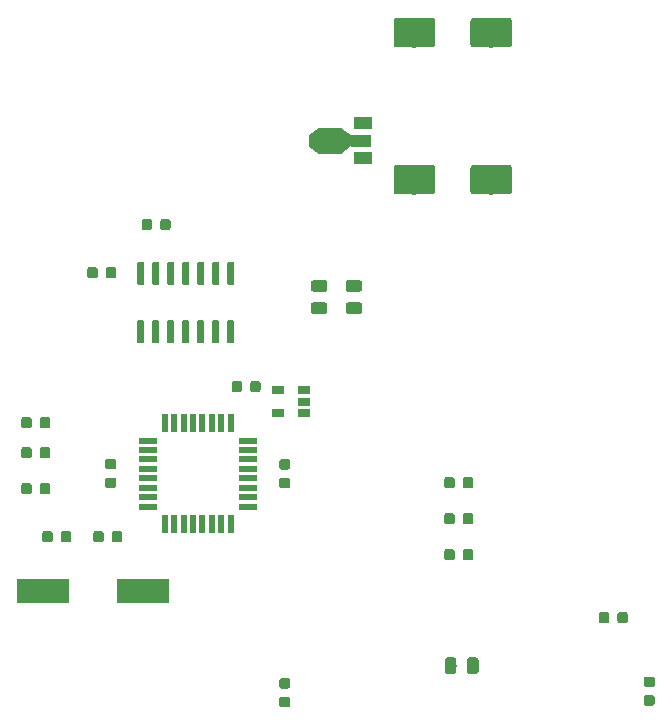
<source format=gbr>
G04 #@! TF.GenerationSoftware,KiCad,Pcbnew,(5.1.2-1)-1*
G04 #@! TF.CreationDate,2019-08-08T23:38:45+01:00*
G04 #@! TF.ProjectId,ACNodeReader_Debug,41434e6f-6465-4526-9561-6465725f4465,rev?*
G04 #@! TF.SameCoordinates,Original*
G04 #@! TF.FileFunction,Paste,Top*
G04 #@! TF.FilePolarity,Positive*
%FSLAX46Y46*%
G04 Gerber Fmt 4.6, Leading zero omitted, Abs format (unit mm)*
G04 Created by KiCad (PCBNEW (5.1.2-1)-1) date 2019-08-08 23:38:45*
%MOMM*%
%LPD*%
G04 APERTURE LIST*
%ADD10C,0.100000*%
%ADD11C,0.875000*%
%ADD12R,4.500000X2.000000*%
%ADD13R,1.060000X0.650000*%
%ADD14C,0.600000*%
%ADD15R,0.550000X1.600000*%
%ADD16R,1.600000X0.550000*%
%ADD17C,1.000000*%
%ADD18R,1.840000X2.200000*%
%ADD19R,1.500000X1.000000*%
%ADD20R,1.800000X1.000000*%
%ADD21C,0.850000*%
%ADD22C,0.975000*%
%ADD23C,2.500000*%
G04 APERTURE END LIST*
D10*
G36*
X181494691Y-112302053D02*
G01*
X181515926Y-112305203D01*
X181536750Y-112310419D01*
X181556962Y-112317651D01*
X181576368Y-112326830D01*
X181594781Y-112337866D01*
X181612024Y-112350654D01*
X181627930Y-112365070D01*
X181642346Y-112380976D01*
X181655134Y-112398219D01*
X181666170Y-112416632D01*
X181675349Y-112436038D01*
X181682581Y-112456250D01*
X181687797Y-112477074D01*
X181690947Y-112498309D01*
X181692000Y-112519750D01*
X181692000Y-113032250D01*
X181690947Y-113053691D01*
X181687797Y-113074926D01*
X181682581Y-113095750D01*
X181675349Y-113115962D01*
X181666170Y-113135368D01*
X181655134Y-113153781D01*
X181642346Y-113171024D01*
X181627930Y-113186930D01*
X181612024Y-113201346D01*
X181594781Y-113214134D01*
X181576368Y-113225170D01*
X181556962Y-113234349D01*
X181536750Y-113241581D01*
X181515926Y-113246797D01*
X181494691Y-113249947D01*
X181473250Y-113251000D01*
X181035750Y-113251000D01*
X181014309Y-113249947D01*
X180993074Y-113246797D01*
X180972250Y-113241581D01*
X180952038Y-113234349D01*
X180932632Y-113225170D01*
X180914219Y-113214134D01*
X180896976Y-113201346D01*
X180881070Y-113186930D01*
X180866654Y-113171024D01*
X180853866Y-113153781D01*
X180842830Y-113135368D01*
X180833651Y-113115962D01*
X180826419Y-113095750D01*
X180821203Y-113074926D01*
X180818053Y-113053691D01*
X180817000Y-113032250D01*
X180817000Y-112519750D01*
X180818053Y-112498309D01*
X180821203Y-112477074D01*
X180826419Y-112456250D01*
X180833651Y-112436038D01*
X180842830Y-112416632D01*
X180853866Y-112398219D01*
X180866654Y-112380976D01*
X180881070Y-112365070D01*
X180896976Y-112350654D01*
X180914219Y-112337866D01*
X180932632Y-112326830D01*
X180952038Y-112317651D01*
X180972250Y-112310419D01*
X180993074Y-112305203D01*
X181014309Y-112302053D01*
X181035750Y-112301000D01*
X181473250Y-112301000D01*
X181494691Y-112302053D01*
X181494691Y-112302053D01*
G37*
D11*
X181254500Y-112776000D03*
D10*
G36*
X179919691Y-112302053D02*
G01*
X179940926Y-112305203D01*
X179961750Y-112310419D01*
X179981962Y-112317651D01*
X180001368Y-112326830D01*
X180019781Y-112337866D01*
X180037024Y-112350654D01*
X180052930Y-112365070D01*
X180067346Y-112380976D01*
X180080134Y-112398219D01*
X180091170Y-112416632D01*
X180100349Y-112436038D01*
X180107581Y-112456250D01*
X180112797Y-112477074D01*
X180115947Y-112498309D01*
X180117000Y-112519750D01*
X180117000Y-113032250D01*
X180115947Y-113053691D01*
X180112797Y-113074926D01*
X180107581Y-113095750D01*
X180100349Y-113115962D01*
X180091170Y-113135368D01*
X180080134Y-113153781D01*
X180067346Y-113171024D01*
X180052930Y-113186930D01*
X180037024Y-113201346D01*
X180019781Y-113214134D01*
X180001368Y-113225170D01*
X179981962Y-113234349D01*
X179961750Y-113241581D01*
X179940926Y-113246797D01*
X179919691Y-113249947D01*
X179898250Y-113251000D01*
X179460750Y-113251000D01*
X179439309Y-113249947D01*
X179418074Y-113246797D01*
X179397250Y-113241581D01*
X179377038Y-113234349D01*
X179357632Y-113225170D01*
X179339219Y-113214134D01*
X179321976Y-113201346D01*
X179306070Y-113186930D01*
X179291654Y-113171024D01*
X179278866Y-113153781D01*
X179267830Y-113135368D01*
X179258651Y-113115962D01*
X179251419Y-113095750D01*
X179246203Y-113074926D01*
X179243053Y-113053691D01*
X179242000Y-113032250D01*
X179242000Y-112519750D01*
X179243053Y-112498309D01*
X179246203Y-112477074D01*
X179251419Y-112456250D01*
X179258651Y-112436038D01*
X179267830Y-112416632D01*
X179278866Y-112398219D01*
X179291654Y-112380976D01*
X179306070Y-112365070D01*
X179321976Y-112350654D01*
X179339219Y-112337866D01*
X179357632Y-112326830D01*
X179377038Y-112317651D01*
X179397250Y-112310419D01*
X179418074Y-112305203D01*
X179439309Y-112302053D01*
X179460750Y-112301000D01*
X179898250Y-112301000D01*
X179919691Y-112302053D01*
X179919691Y-112302053D01*
G37*
D11*
X179679500Y-112776000D03*
D10*
G36*
X183792691Y-117775053D02*
G01*
X183813926Y-117778203D01*
X183834750Y-117783419D01*
X183854962Y-117790651D01*
X183874368Y-117799830D01*
X183892781Y-117810866D01*
X183910024Y-117823654D01*
X183925930Y-117838070D01*
X183940346Y-117853976D01*
X183953134Y-117871219D01*
X183964170Y-117889632D01*
X183973349Y-117909038D01*
X183980581Y-117929250D01*
X183985797Y-117950074D01*
X183988947Y-117971309D01*
X183990000Y-117992750D01*
X183990000Y-118430250D01*
X183988947Y-118451691D01*
X183985797Y-118472926D01*
X183980581Y-118493750D01*
X183973349Y-118513962D01*
X183964170Y-118533368D01*
X183953134Y-118551781D01*
X183940346Y-118569024D01*
X183925930Y-118584930D01*
X183910024Y-118599346D01*
X183892781Y-118612134D01*
X183874368Y-118623170D01*
X183854962Y-118632349D01*
X183834750Y-118639581D01*
X183813926Y-118644797D01*
X183792691Y-118647947D01*
X183771250Y-118649000D01*
X183258750Y-118649000D01*
X183237309Y-118647947D01*
X183216074Y-118644797D01*
X183195250Y-118639581D01*
X183175038Y-118632349D01*
X183155632Y-118623170D01*
X183137219Y-118612134D01*
X183119976Y-118599346D01*
X183104070Y-118584930D01*
X183089654Y-118569024D01*
X183076866Y-118551781D01*
X183065830Y-118533368D01*
X183056651Y-118513962D01*
X183049419Y-118493750D01*
X183044203Y-118472926D01*
X183041053Y-118451691D01*
X183040000Y-118430250D01*
X183040000Y-117992750D01*
X183041053Y-117971309D01*
X183044203Y-117950074D01*
X183049419Y-117929250D01*
X183056651Y-117909038D01*
X183065830Y-117889632D01*
X183076866Y-117871219D01*
X183089654Y-117853976D01*
X183104070Y-117838070D01*
X183119976Y-117823654D01*
X183137219Y-117810866D01*
X183155632Y-117799830D01*
X183175038Y-117790651D01*
X183195250Y-117783419D01*
X183216074Y-117778203D01*
X183237309Y-117775053D01*
X183258750Y-117774000D01*
X183771250Y-117774000D01*
X183792691Y-117775053D01*
X183792691Y-117775053D01*
G37*
D11*
X183515000Y-118211500D03*
D10*
G36*
X183792691Y-119350053D02*
G01*
X183813926Y-119353203D01*
X183834750Y-119358419D01*
X183854962Y-119365651D01*
X183874368Y-119374830D01*
X183892781Y-119385866D01*
X183910024Y-119398654D01*
X183925930Y-119413070D01*
X183940346Y-119428976D01*
X183953134Y-119446219D01*
X183964170Y-119464632D01*
X183973349Y-119484038D01*
X183980581Y-119504250D01*
X183985797Y-119525074D01*
X183988947Y-119546309D01*
X183990000Y-119567750D01*
X183990000Y-120005250D01*
X183988947Y-120026691D01*
X183985797Y-120047926D01*
X183980581Y-120068750D01*
X183973349Y-120088962D01*
X183964170Y-120108368D01*
X183953134Y-120126781D01*
X183940346Y-120144024D01*
X183925930Y-120159930D01*
X183910024Y-120174346D01*
X183892781Y-120187134D01*
X183874368Y-120198170D01*
X183854962Y-120207349D01*
X183834750Y-120214581D01*
X183813926Y-120219797D01*
X183792691Y-120222947D01*
X183771250Y-120224000D01*
X183258750Y-120224000D01*
X183237309Y-120222947D01*
X183216074Y-120219797D01*
X183195250Y-120214581D01*
X183175038Y-120207349D01*
X183155632Y-120198170D01*
X183137219Y-120187134D01*
X183119976Y-120174346D01*
X183104070Y-120159930D01*
X183089654Y-120144024D01*
X183076866Y-120126781D01*
X183065830Y-120108368D01*
X183056651Y-120088962D01*
X183049419Y-120068750D01*
X183044203Y-120047926D01*
X183041053Y-120026691D01*
X183040000Y-120005250D01*
X183040000Y-119567750D01*
X183041053Y-119546309D01*
X183044203Y-119525074D01*
X183049419Y-119504250D01*
X183056651Y-119484038D01*
X183065830Y-119464632D01*
X183076866Y-119446219D01*
X183089654Y-119428976D01*
X183104070Y-119413070D01*
X183119976Y-119398654D01*
X183137219Y-119385866D01*
X183155632Y-119374830D01*
X183175038Y-119365651D01*
X183195250Y-119358419D01*
X183216074Y-119353203D01*
X183237309Y-119350053D01*
X183258750Y-119349000D01*
X183771250Y-119349000D01*
X183792691Y-119350053D01*
X183792691Y-119350053D01*
G37*
D11*
X183515000Y-119786500D03*
D10*
G36*
X166838691Y-106968053D02*
G01*
X166859926Y-106971203D01*
X166880750Y-106976419D01*
X166900962Y-106983651D01*
X166920368Y-106992830D01*
X166938781Y-107003866D01*
X166956024Y-107016654D01*
X166971930Y-107031070D01*
X166986346Y-107046976D01*
X166999134Y-107064219D01*
X167010170Y-107082632D01*
X167019349Y-107102038D01*
X167026581Y-107122250D01*
X167031797Y-107143074D01*
X167034947Y-107164309D01*
X167036000Y-107185750D01*
X167036000Y-107698250D01*
X167034947Y-107719691D01*
X167031797Y-107740926D01*
X167026581Y-107761750D01*
X167019349Y-107781962D01*
X167010170Y-107801368D01*
X166999134Y-107819781D01*
X166986346Y-107837024D01*
X166971930Y-107852930D01*
X166956024Y-107867346D01*
X166938781Y-107880134D01*
X166920368Y-107891170D01*
X166900962Y-107900349D01*
X166880750Y-107907581D01*
X166859926Y-107912797D01*
X166838691Y-107915947D01*
X166817250Y-107917000D01*
X166379750Y-107917000D01*
X166358309Y-107915947D01*
X166337074Y-107912797D01*
X166316250Y-107907581D01*
X166296038Y-107900349D01*
X166276632Y-107891170D01*
X166258219Y-107880134D01*
X166240976Y-107867346D01*
X166225070Y-107852930D01*
X166210654Y-107837024D01*
X166197866Y-107819781D01*
X166186830Y-107801368D01*
X166177651Y-107781962D01*
X166170419Y-107761750D01*
X166165203Y-107740926D01*
X166162053Y-107719691D01*
X166161000Y-107698250D01*
X166161000Y-107185750D01*
X166162053Y-107164309D01*
X166165203Y-107143074D01*
X166170419Y-107122250D01*
X166177651Y-107102038D01*
X166186830Y-107082632D01*
X166197866Y-107064219D01*
X166210654Y-107046976D01*
X166225070Y-107031070D01*
X166240976Y-107016654D01*
X166258219Y-107003866D01*
X166276632Y-106992830D01*
X166296038Y-106983651D01*
X166316250Y-106976419D01*
X166337074Y-106971203D01*
X166358309Y-106968053D01*
X166379750Y-106967000D01*
X166817250Y-106967000D01*
X166838691Y-106968053D01*
X166838691Y-106968053D01*
G37*
D11*
X166598500Y-107442000D03*
D10*
G36*
X168413691Y-106968053D02*
G01*
X168434926Y-106971203D01*
X168455750Y-106976419D01*
X168475962Y-106983651D01*
X168495368Y-106992830D01*
X168513781Y-107003866D01*
X168531024Y-107016654D01*
X168546930Y-107031070D01*
X168561346Y-107046976D01*
X168574134Y-107064219D01*
X168585170Y-107082632D01*
X168594349Y-107102038D01*
X168601581Y-107122250D01*
X168606797Y-107143074D01*
X168609947Y-107164309D01*
X168611000Y-107185750D01*
X168611000Y-107698250D01*
X168609947Y-107719691D01*
X168606797Y-107740926D01*
X168601581Y-107761750D01*
X168594349Y-107781962D01*
X168585170Y-107801368D01*
X168574134Y-107819781D01*
X168561346Y-107837024D01*
X168546930Y-107852930D01*
X168531024Y-107867346D01*
X168513781Y-107880134D01*
X168495368Y-107891170D01*
X168475962Y-107900349D01*
X168455750Y-107907581D01*
X168434926Y-107912797D01*
X168413691Y-107915947D01*
X168392250Y-107917000D01*
X167954750Y-107917000D01*
X167933309Y-107915947D01*
X167912074Y-107912797D01*
X167891250Y-107907581D01*
X167871038Y-107900349D01*
X167851632Y-107891170D01*
X167833219Y-107880134D01*
X167815976Y-107867346D01*
X167800070Y-107852930D01*
X167785654Y-107837024D01*
X167772866Y-107819781D01*
X167761830Y-107801368D01*
X167752651Y-107781962D01*
X167745419Y-107761750D01*
X167740203Y-107740926D01*
X167737053Y-107719691D01*
X167736000Y-107698250D01*
X167736000Y-107185750D01*
X167737053Y-107164309D01*
X167740203Y-107143074D01*
X167745419Y-107122250D01*
X167752651Y-107102038D01*
X167761830Y-107082632D01*
X167772866Y-107064219D01*
X167785654Y-107046976D01*
X167800070Y-107031070D01*
X167815976Y-107016654D01*
X167833219Y-107003866D01*
X167851632Y-106992830D01*
X167871038Y-106983651D01*
X167891250Y-106976419D01*
X167912074Y-106971203D01*
X167933309Y-106968053D01*
X167954750Y-106967000D01*
X168392250Y-106967000D01*
X168413691Y-106968053D01*
X168413691Y-106968053D01*
G37*
D11*
X168173500Y-107442000D03*
D10*
G36*
X166838691Y-103920053D02*
G01*
X166859926Y-103923203D01*
X166880750Y-103928419D01*
X166900962Y-103935651D01*
X166920368Y-103944830D01*
X166938781Y-103955866D01*
X166956024Y-103968654D01*
X166971930Y-103983070D01*
X166986346Y-103998976D01*
X166999134Y-104016219D01*
X167010170Y-104034632D01*
X167019349Y-104054038D01*
X167026581Y-104074250D01*
X167031797Y-104095074D01*
X167034947Y-104116309D01*
X167036000Y-104137750D01*
X167036000Y-104650250D01*
X167034947Y-104671691D01*
X167031797Y-104692926D01*
X167026581Y-104713750D01*
X167019349Y-104733962D01*
X167010170Y-104753368D01*
X166999134Y-104771781D01*
X166986346Y-104789024D01*
X166971930Y-104804930D01*
X166956024Y-104819346D01*
X166938781Y-104832134D01*
X166920368Y-104843170D01*
X166900962Y-104852349D01*
X166880750Y-104859581D01*
X166859926Y-104864797D01*
X166838691Y-104867947D01*
X166817250Y-104869000D01*
X166379750Y-104869000D01*
X166358309Y-104867947D01*
X166337074Y-104864797D01*
X166316250Y-104859581D01*
X166296038Y-104852349D01*
X166276632Y-104843170D01*
X166258219Y-104832134D01*
X166240976Y-104819346D01*
X166225070Y-104804930D01*
X166210654Y-104789024D01*
X166197866Y-104771781D01*
X166186830Y-104753368D01*
X166177651Y-104733962D01*
X166170419Y-104713750D01*
X166165203Y-104692926D01*
X166162053Y-104671691D01*
X166161000Y-104650250D01*
X166161000Y-104137750D01*
X166162053Y-104116309D01*
X166165203Y-104095074D01*
X166170419Y-104074250D01*
X166177651Y-104054038D01*
X166186830Y-104034632D01*
X166197866Y-104016219D01*
X166210654Y-103998976D01*
X166225070Y-103983070D01*
X166240976Y-103968654D01*
X166258219Y-103955866D01*
X166276632Y-103944830D01*
X166296038Y-103935651D01*
X166316250Y-103928419D01*
X166337074Y-103923203D01*
X166358309Y-103920053D01*
X166379750Y-103919000D01*
X166817250Y-103919000D01*
X166838691Y-103920053D01*
X166838691Y-103920053D01*
G37*
D11*
X166598500Y-104394000D03*
D10*
G36*
X168413691Y-103920053D02*
G01*
X168434926Y-103923203D01*
X168455750Y-103928419D01*
X168475962Y-103935651D01*
X168495368Y-103944830D01*
X168513781Y-103955866D01*
X168531024Y-103968654D01*
X168546930Y-103983070D01*
X168561346Y-103998976D01*
X168574134Y-104016219D01*
X168585170Y-104034632D01*
X168594349Y-104054038D01*
X168601581Y-104074250D01*
X168606797Y-104095074D01*
X168609947Y-104116309D01*
X168611000Y-104137750D01*
X168611000Y-104650250D01*
X168609947Y-104671691D01*
X168606797Y-104692926D01*
X168601581Y-104713750D01*
X168594349Y-104733962D01*
X168585170Y-104753368D01*
X168574134Y-104771781D01*
X168561346Y-104789024D01*
X168546930Y-104804930D01*
X168531024Y-104819346D01*
X168513781Y-104832134D01*
X168495368Y-104843170D01*
X168475962Y-104852349D01*
X168455750Y-104859581D01*
X168434926Y-104864797D01*
X168413691Y-104867947D01*
X168392250Y-104869000D01*
X167954750Y-104869000D01*
X167933309Y-104867947D01*
X167912074Y-104864797D01*
X167891250Y-104859581D01*
X167871038Y-104852349D01*
X167851632Y-104843170D01*
X167833219Y-104832134D01*
X167815976Y-104819346D01*
X167800070Y-104804930D01*
X167785654Y-104789024D01*
X167772866Y-104771781D01*
X167761830Y-104753368D01*
X167752651Y-104733962D01*
X167745419Y-104713750D01*
X167740203Y-104692926D01*
X167737053Y-104671691D01*
X167736000Y-104650250D01*
X167736000Y-104137750D01*
X167737053Y-104116309D01*
X167740203Y-104095074D01*
X167745419Y-104074250D01*
X167752651Y-104054038D01*
X167761830Y-104034632D01*
X167772866Y-104016219D01*
X167785654Y-103998976D01*
X167800070Y-103983070D01*
X167815976Y-103968654D01*
X167833219Y-103955866D01*
X167851632Y-103944830D01*
X167871038Y-103935651D01*
X167891250Y-103928419D01*
X167912074Y-103923203D01*
X167933309Y-103920053D01*
X167954750Y-103919000D01*
X168392250Y-103919000D01*
X168413691Y-103920053D01*
X168413691Y-103920053D01*
G37*
D11*
X168173500Y-104394000D03*
D10*
G36*
X166838691Y-100872053D02*
G01*
X166859926Y-100875203D01*
X166880750Y-100880419D01*
X166900962Y-100887651D01*
X166920368Y-100896830D01*
X166938781Y-100907866D01*
X166956024Y-100920654D01*
X166971930Y-100935070D01*
X166986346Y-100950976D01*
X166999134Y-100968219D01*
X167010170Y-100986632D01*
X167019349Y-101006038D01*
X167026581Y-101026250D01*
X167031797Y-101047074D01*
X167034947Y-101068309D01*
X167036000Y-101089750D01*
X167036000Y-101602250D01*
X167034947Y-101623691D01*
X167031797Y-101644926D01*
X167026581Y-101665750D01*
X167019349Y-101685962D01*
X167010170Y-101705368D01*
X166999134Y-101723781D01*
X166986346Y-101741024D01*
X166971930Y-101756930D01*
X166956024Y-101771346D01*
X166938781Y-101784134D01*
X166920368Y-101795170D01*
X166900962Y-101804349D01*
X166880750Y-101811581D01*
X166859926Y-101816797D01*
X166838691Y-101819947D01*
X166817250Y-101821000D01*
X166379750Y-101821000D01*
X166358309Y-101819947D01*
X166337074Y-101816797D01*
X166316250Y-101811581D01*
X166296038Y-101804349D01*
X166276632Y-101795170D01*
X166258219Y-101784134D01*
X166240976Y-101771346D01*
X166225070Y-101756930D01*
X166210654Y-101741024D01*
X166197866Y-101723781D01*
X166186830Y-101705368D01*
X166177651Y-101685962D01*
X166170419Y-101665750D01*
X166165203Y-101644926D01*
X166162053Y-101623691D01*
X166161000Y-101602250D01*
X166161000Y-101089750D01*
X166162053Y-101068309D01*
X166165203Y-101047074D01*
X166170419Y-101026250D01*
X166177651Y-101006038D01*
X166186830Y-100986632D01*
X166197866Y-100968219D01*
X166210654Y-100950976D01*
X166225070Y-100935070D01*
X166240976Y-100920654D01*
X166258219Y-100907866D01*
X166276632Y-100896830D01*
X166296038Y-100887651D01*
X166316250Y-100880419D01*
X166337074Y-100875203D01*
X166358309Y-100872053D01*
X166379750Y-100871000D01*
X166817250Y-100871000D01*
X166838691Y-100872053D01*
X166838691Y-100872053D01*
G37*
D11*
X166598500Y-101346000D03*
D10*
G36*
X168413691Y-100872053D02*
G01*
X168434926Y-100875203D01*
X168455750Y-100880419D01*
X168475962Y-100887651D01*
X168495368Y-100896830D01*
X168513781Y-100907866D01*
X168531024Y-100920654D01*
X168546930Y-100935070D01*
X168561346Y-100950976D01*
X168574134Y-100968219D01*
X168585170Y-100986632D01*
X168594349Y-101006038D01*
X168601581Y-101026250D01*
X168606797Y-101047074D01*
X168609947Y-101068309D01*
X168611000Y-101089750D01*
X168611000Y-101602250D01*
X168609947Y-101623691D01*
X168606797Y-101644926D01*
X168601581Y-101665750D01*
X168594349Y-101685962D01*
X168585170Y-101705368D01*
X168574134Y-101723781D01*
X168561346Y-101741024D01*
X168546930Y-101756930D01*
X168531024Y-101771346D01*
X168513781Y-101784134D01*
X168495368Y-101795170D01*
X168475962Y-101804349D01*
X168455750Y-101811581D01*
X168434926Y-101816797D01*
X168413691Y-101819947D01*
X168392250Y-101821000D01*
X167954750Y-101821000D01*
X167933309Y-101819947D01*
X167912074Y-101816797D01*
X167891250Y-101811581D01*
X167871038Y-101804349D01*
X167851632Y-101795170D01*
X167833219Y-101784134D01*
X167815976Y-101771346D01*
X167800070Y-101756930D01*
X167785654Y-101741024D01*
X167772866Y-101723781D01*
X167761830Y-101705368D01*
X167752651Y-101685962D01*
X167745419Y-101665750D01*
X167740203Y-101644926D01*
X167737053Y-101623691D01*
X167736000Y-101602250D01*
X167736000Y-101089750D01*
X167737053Y-101068309D01*
X167740203Y-101047074D01*
X167745419Y-101026250D01*
X167752651Y-101006038D01*
X167761830Y-100986632D01*
X167772866Y-100968219D01*
X167785654Y-100950976D01*
X167800070Y-100935070D01*
X167815976Y-100920654D01*
X167833219Y-100907866D01*
X167851632Y-100896830D01*
X167871038Y-100887651D01*
X167891250Y-100880419D01*
X167912074Y-100875203D01*
X167933309Y-100872053D01*
X167954750Y-100871000D01*
X168392250Y-100871000D01*
X168413691Y-100872053D01*
X168413691Y-100872053D01*
G37*
D11*
X168173500Y-101346000D03*
D10*
G36*
X132599691Y-95792053D02*
G01*
X132620926Y-95795203D01*
X132641750Y-95800419D01*
X132661962Y-95807651D01*
X132681368Y-95816830D01*
X132699781Y-95827866D01*
X132717024Y-95840654D01*
X132732930Y-95855070D01*
X132747346Y-95870976D01*
X132760134Y-95888219D01*
X132771170Y-95906632D01*
X132780349Y-95926038D01*
X132787581Y-95946250D01*
X132792797Y-95967074D01*
X132795947Y-95988309D01*
X132797000Y-96009750D01*
X132797000Y-96522250D01*
X132795947Y-96543691D01*
X132792797Y-96564926D01*
X132787581Y-96585750D01*
X132780349Y-96605962D01*
X132771170Y-96625368D01*
X132760134Y-96643781D01*
X132747346Y-96661024D01*
X132732930Y-96676930D01*
X132717024Y-96691346D01*
X132699781Y-96704134D01*
X132681368Y-96715170D01*
X132661962Y-96724349D01*
X132641750Y-96731581D01*
X132620926Y-96736797D01*
X132599691Y-96739947D01*
X132578250Y-96741000D01*
X132140750Y-96741000D01*
X132119309Y-96739947D01*
X132098074Y-96736797D01*
X132077250Y-96731581D01*
X132057038Y-96724349D01*
X132037632Y-96715170D01*
X132019219Y-96704134D01*
X132001976Y-96691346D01*
X131986070Y-96676930D01*
X131971654Y-96661024D01*
X131958866Y-96643781D01*
X131947830Y-96625368D01*
X131938651Y-96605962D01*
X131931419Y-96585750D01*
X131926203Y-96564926D01*
X131923053Y-96543691D01*
X131922000Y-96522250D01*
X131922000Y-96009750D01*
X131923053Y-95988309D01*
X131926203Y-95967074D01*
X131931419Y-95946250D01*
X131938651Y-95926038D01*
X131947830Y-95906632D01*
X131958866Y-95888219D01*
X131971654Y-95870976D01*
X131986070Y-95855070D01*
X132001976Y-95840654D01*
X132019219Y-95827866D01*
X132037632Y-95816830D01*
X132057038Y-95807651D01*
X132077250Y-95800419D01*
X132098074Y-95795203D01*
X132119309Y-95792053D01*
X132140750Y-95791000D01*
X132578250Y-95791000D01*
X132599691Y-95792053D01*
X132599691Y-95792053D01*
G37*
D11*
X132359500Y-96266000D03*
D10*
G36*
X131024691Y-95792053D02*
G01*
X131045926Y-95795203D01*
X131066750Y-95800419D01*
X131086962Y-95807651D01*
X131106368Y-95816830D01*
X131124781Y-95827866D01*
X131142024Y-95840654D01*
X131157930Y-95855070D01*
X131172346Y-95870976D01*
X131185134Y-95888219D01*
X131196170Y-95906632D01*
X131205349Y-95926038D01*
X131212581Y-95946250D01*
X131217797Y-95967074D01*
X131220947Y-95988309D01*
X131222000Y-96009750D01*
X131222000Y-96522250D01*
X131220947Y-96543691D01*
X131217797Y-96564926D01*
X131212581Y-96585750D01*
X131205349Y-96605962D01*
X131196170Y-96625368D01*
X131185134Y-96643781D01*
X131172346Y-96661024D01*
X131157930Y-96676930D01*
X131142024Y-96691346D01*
X131124781Y-96704134D01*
X131106368Y-96715170D01*
X131086962Y-96724349D01*
X131066750Y-96731581D01*
X131045926Y-96736797D01*
X131024691Y-96739947D01*
X131003250Y-96741000D01*
X130565750Y-96741000D01*
X130544309Y-96739947D01*
X130523074Y-96736797D01*
X130502250Y-96731581D01*
X130482038Y-96724349D01*
X130462632Y-96715170D01*
X130444219Y-96704134D01*
X130426976Y-96691346D01*
X130411070Y-96676930D01*
X130396654Y-96661024D01*
X130383866Y-96643781D01*
X130372830Y-96625368D01*
X130363651Y-96605962D01*
X130356419Y-96585750D01*
X130351203Y-96564926D01*
X130348053Y-96543691D01*
X130347000Y-96522250D01*
X130347000Y-96009750D01*
X130348053Y-95988309D01*
X130351203Y-95967074D01*
X130356419Y-95946250D01*
X130363651Y-95926038D01*
X130372830Y-95906632D01*
X130383866Y-95888219D01*
X130396654Y-95870976D01*
X130411070Y-95855070D01*
X130426976Y-95840654D01*
X130444219Y-95827866D01*
X130462632Y-95816830D01*
X130482038Y-95807651D01*
X130502250Y-95800419D01*
X130523074Y-95795203D01*
X130544309Y-95792053D01*
X130565750Y-95791000D01*
X131003250Y-95791000D01*
X131024691Y-95792053D01*
X131024691Y-95792053D01*
G37*
D11*
X130784500Y-96266000D03*
D10*
G36*
X132599691Y-98332053D02*
G01*
X132620926Y-98335203D01*
X132641750Y-98340419D01*
X132661962Y-98347651D01*
X132681368Y-98356830D01*
X132699781Y-98367866D01*
X132717024Y-98380654D01*
X132732930Y-98395070D01*
X132747346Y-98410976D01*
X132760134Y-98428219D01*
X132771170Y-98446632D01*
X132780349Y-98466038D01*
X132787581Y-98486250D01*
X132792797Y-98507074D01*
X132795947Y-98528309D01*
X132797000Y-98549750D01*
X132797000Y-99062250D01*
X132795947Y-99083691D01*
X132792797Y-99104926D01*
X132787581Y-99125750D01*
X132780349Y-99145962D01*
X132771170Y-99165368D01*
X132760134Y-99183781D01*
X132747346Y-99201024D01*
X132732930Y-99216930D01*
X132717024Y-99231346D01*
X132699781Y-99244134D01*
X132681368Y-99255170D01*
X132661962Y-99264349D01*
X132641750Y-99271581D01*
X132620926Y-99276797D01*
X132599691Y-99279947D01*
X132578250Y-99281000D01*
X132140750Y-99281000D01*
X132119309Y-99279947D01*
X132098074Y-99276797D01*
X132077250Y-99271581D01*
X132057038Y-99264349D01*
X132037632Y-99255170D01*
X132019219Y-99244134D01*
X132001976Y-99231346D01*
X131986070Y-99216930D01*
X131971654Y-99201024D01*
X131958866Y-99183781D01*
X131947830Y-99165368D01*
X131938651Y-99145962D01*
X131931419Y-99125750D01*
X131926203Y-99104926D01*
X131923053Y-99083691D01*
X131922000Y-99062250D01*
X131922000Y-98549750D01*
X131923053Y-98528309D01*
X131926203Y-98507074D01*
X131931419Y-98486250D01*
X131938651Y-98466038D01*
X131947830Y-98446632D01*
X131958866Y-98428219D01*
X131971654Y-98410976D01*
X131986070Y-98395070D01*
X132001976Y-98380654D01*
X132019219Y-98367866D01*
X132037632Y-98356830D01*
X132057038Y-98347651D01*
X132077250Y-98340419D01*
X132098074Y-98335203D01*
X132119309Y-98332053D01*
X132140750Y-98331000D01*
X132578250Y-98331000D01*
X132599691Y-98332053D01*
X132599691Y-98332053D01*
G37*
D11*
X132359500Y-98806000D03*
D10*
G36*
X131024691Y-98332053D02*
G01*
X131045926Y-98335203D01*
X131066750Y-98340419D01*
X131086962Y-98347651D01*
X131106368Y-98356830D01*
X131124781Y-98367866D01*
X131142024Y-98380654D01*
X131157930Y-98395070D01*
X131172346Y-98410976D01*
X131185134Y-98428219D01*
X131196170Y-98446632D01*
X131205349Y-98466038D01*
X131212581Y-98486250D01*
X131217797Y-98507074D01*
X131220947Y-98528309D01*
X131222000Y-98549750D01*
X131222000Y-99062250D01*
X131220947Y-99083691D01*
X131217797Y-99104926D01*
X131212581Y-99125750D01*
X131205349Y-99145962D01*
X131196170Y-99165368D01*
X131185134Y-99183781D01*
X131172346Y-99201024D01*
X131157930Y-99216930D01*
X131142024Y-99231346D01*
X131124781Y-99244134D01*
X131106368Y-99255170D01*
X131086962Y-99264349D01*
X131066750Y-99271581D01*
X131045926Y-99276797D01*
X131024691Y-99279947D01*
X131003250Y-99281000D01*
X130565750Y-99281000D01*
X130544309Y-99279947D01*
X130523074Y-99276797D01*
X130502250Y-99271581D01*
X130482038Y-99264349D01*
X130462632Y-99255170D01*
X130444219Y-99244134D01*
X130426976Y-99231346D01*
X130411070Y-99216930D01*
X130396654Y-99201024D01*
X130383866Y-99183781D01*
X130372830Y-99165368D01*
X130363651Y-99145962D01*
X130356419Y-99125750D01*
X130351203Y-99104926D01*
X130348053Y-99083691D01*
X130347000Y-99062250D01*
X130347000Y-98549750D01*
X130348053Y-98528309D01*
X130351203Y-98507074D01*
X130356419Y-98486250D01*
X130363651Y-98466038D01*
X130372830Y-98446632D01*
X130383866Y-98428219D01*
X130396654Y-98410976D01*
X130411070Y-98395070D01*
X130426976Y-98380654D01*
X130444219Y-98367866D01*
X130462632Y-98356830D01*
X130482038Y-98347651D01*
X130502250Y-98340419D01*
X130523074Y-98335203D01*
X130544309Y-98332053D01*
X130565750Y-98331000D01*
X131003250Y-98331000D01*
X131024691Y-98332053D01*
X131024691Y-98332053D01*
G37*
D11*
X130784500Y-98806000D03*
D10*
G36*
X132599691Y-101380053D02*
G01*
X132620926Y-101383203D01*
X132641750Y-101388419D01*
X132661962Y-101395651D01*
X132681368Y-101404830D01*
X132699781Y-101415866D01*
X132717024Y-101428654D01*
X132732930Y-101443070D01*
X132747346Y-101458976D01*
X132760134Y-101476219D01*
X132771170Y-101494632D01*
X132780349Y-101514038D01*
X132787581Y-101534250D01*
X132792797Y-101555074D01*
X132795947Y-101576309D01*
X132797000Y-101597750D01*
X132797000Y-102110250D01*
X132795947Y-102131691D01*
X132792797Y-102152926D01*
X132787581Y-102173750D01*
X132780349Y-102193962D01*
X132771170Y-102213368D01*
X132760134Y-102231781D01*
X132747346Y-102249024D01*
X132732930Y-102264930D01*
X132717024Y-102279346D01*
X132699781Y-102292134D01*
X132681368Y-102303170D01*
X132661962Y-102312349D01*
X132641750Y-102319581D01*
X132620926Y-102324797D01*
X132599691Y-102327947D01*
X132578250Y-102329000D01*
X132140750Y-102329000D01*
X132119309Y-102327947D01*
X132098074Y-102324797D01*
X132077250Y-102319581D01*
X132057038Y-102312349D01*
X132037632Y-102303170D01*
X132019219Y-102292134D01*
X132001976Y-102279346D01*
X131986070Y-102264930D01*
X131971654Y-102249024D01*
X131958866Y-102231781D01*
X131947830Y-102213368D01*
X131938651Y-102193962D01*
X131931419Y-102173750D01*
X131926203Y-102152926D01*
X131923053Y-102131691D01*
X131922000Y-102110250D01*
X131922000Y-101597750D01*
X131923053Y-101576309D01*
X131926203Y-101555074D01*
X131931419Y-101534250D01*
X131938651Y-101514038D01*
X131947830Y-101494632D01*
X131958866Y-101476219D01*
X131971654Y-101458976D01*
X131986070Y-101443070D01*
X132001976Y-101428654D01*
X132019219Y-101415866D01*
X132037632Y-101404830D01*
X132057038Y-101395651D01*
X132077250Y-101388419D01*
X132098074Y-101383203D01*
X132119309Y-101380053D01*
X132140750Y-101379000D01*
X132578250Y-101379000D01*
X132599691Y-101380053D01*
X132599691Y-101380053D01*
G37*
D11*
X132359500Y-101854000D03*
D10*
G36*
X131024691Y-101380053D02*
G01*
X131045926Y-101383203D01*
X131066750Y-101388419D01*
X131086962Y-101395651D01*
X131106368Y-101404830D01*
X131124781Y-101415866D01*
X131142024Y-101428654D01*
X131157930Y-101443070D01*
X131172346Y-101458976D01*
X131185134Y-101476219D01*
X131196170Y-101494632D01*
X131205349Y-101514038D01*
X131212581Y-101534250D01*
X131217797Y-101555074D01*
X131220947Y-101576309D01*
X131222000Y-101597750D01*
X131222000Y-102110250D01*
X131220947Y-102131691D01*
X131217797Y-102152926D01*
X131212581Y-102173750D01*
X131205349Y-102193962D01*
X131196170Y-102213368D01*
X131185134Y-102231781D01*
X131172346Y-102249024D01*
X131157930Y-102264930D01*
X131142024Y-102279346D01*
X131124781Y-102292134D01*
X131106368Y-102303170D01*
X131086962Y-102312349D01*
X131066750Y-102319581D01*
X131045926Y-102324797D01*
X131024691Y-102327947D01*
X131003250Y-102329000D01*
X130565750Y-102329000D01*
X130544309Y-102327947D01*
X130523074Y-102324797D01*
X130502250Y-102319581D01*
X130482038Y-102312349D01*
X130462632Y-102303170D01*
X130444219Y-102292134D01*
X130426976Y-102279346D01*
X130411070Y-102264930D01*
X130396654Y-102249024D01*
X130383866Y-102231781D01*
X130372830Y-102213368D01*
X130363651Y-102193962D01*
X130356419Y-102173750D01*
X130351203Y-102152926D01*
X130348053Y-102131691D01*
X130347000Y-102110250D01*
X130347000Y-101597750D01*
X130348053Y-101576309D01*
X130351203Y-101555074D01*
X130356419Y-101534250D01*
X130363651Y-101514038D01*
X130372830Y-101494632D01*
X130383866Y-101476219D01*
X130396654Y-101458976D01*
X130411070Y-101443070D01*
X130426976Y-101428654D01*
X130444219Y-101415866D01*
X130462632Y-101404830D01*
X130482038Y-101395651D01*
X130502250Y-101388419D01*
X130523074Y-101383203D01*
X130544309Y-101380053D01*
X130565750Y-101379000D01*
X131003250Y-101379000D01*
X131024691Y-101380053D01*
X131024691Y-101380053D01*
G37*
D11*
X130784500Y-101854000D03*
D12*
X132148000Y-110490000D03*
X140648000Y-110490000D03*
D13*
X152062000Y-95438000D03*
X152062000Y-93538000D03*
X154262000Y-93538000D03*
X154262000Y-94488000D03*
X154262000Y-95438000D03*
D10*
G36*
X140626703Y-82656722D02*
G01*
X140641264Y-82658882D01*
X140655543Y-82662459D01*
X140669403Y-82667418D01*
X140682710Y-82673712D01*
X140695336Y-82681280D01*
X140707159Y-82690048D01*
X140718066Y-82699934D01*
X140727952Y-82710841D01*
X140736720Y-82722664D01*
X140744288Y-82735290D01*
X140750582Y-82748597D01*
X140755541Y-82762457D01*
X140759118Y-82776736D01*
X140761278Y-82791297D01*
X140762000Y-82806000D01*
X140762000Y-84456000D01*
X140761278Y-84470703D01*
X140759118Y-84485264D01*
X140755541Y-84499543D01*
X140750582Y-84513403D01*
X140744288Y-84526710D01*
X140736720Y-84539336D01*
X140727952Y-84551159D01*
X140718066Y-84562066D01*
X140707159Y-84571952D01*
X140695336Y-84580720D01*
X140682710Y-84588288D01*
X140669403Y-84594582D01*
X140655543Y-84599541D01*
X140641264Y-84603118D01*
X140626703Y-84605278D01*
X140612000Y-84606000D01*
X140312000Y-84606000D01*
X140297297Y-84605278D01*
X140282736Y-84603118D01*
X140268457Y-84599541D01*
X140254597Y-84594582D01*
X140241290Y-84588288D01*
X140228664Y-84580720D01*
X140216841Y-84571952D01*
X140205934Y-84562066D01*
X140196048Y-84551159D01*
X140187280Y-84539336D01*
X140179712Y-84526710D01*
X140173418Y-84513403D01*
X140168459Y-84499543D01*
X140164882Y-84485264D01*
X140162722Y-84470703D01*
X140162000Y-84456000D01*
X140162000Y-82806000D01*
X140162722Y-82791297D01*
X140164882Y-82776736D01*
X140168459Y-82762457D01*
X140173418Y-82748597D01*
X140179712Y-82735290D01*
X140187280Y-82722664D01*
X140196048Y-82710841D01*
X140205934Y-82699934D01*
X140216841Y-82690048D01*
X140228664Y-82681280D01*
X140241290Y-82673712D01*
X140254597Y-82667418D01*
X140268457Y-82662459D01*
X140282736Y-82658882D01*
X140297297Y-82656722D01*
X140312000Y-82656000D01*
X140612000Y-82656000D01*
X140626703Y-82656722D01*
X140626703Y-82656722D01*
G37*
D14*
X140462000Y-83631000D03*
D10*
G36*
X141896703Y-82656722D02*
G01*
X141911264Y-82658882D01*
X141925543Y-82662459D01*
X141939403Y-82667418D01*
X141952710Y-82673712D01*
X141965336Y-82681280D01*
X141977159Y-82690048D01*
X141988066Y-82699934D01*
X141997952Y-82710841D01*
X142006720Y-82722664D01*
X142014288Y-82735290D01*
X142020582Y-82748597D01*
X142025541Y-82762457D01*
X142029118Y-82776736D01*
X142031278Y-82791297D01*
X142032000Y-82806000D01*
X142032000Y-84456000D01*
X142031278Y-84470703D01*
X142029118Y-84485264D01*
X142025541Y-84499543D01*
X142020582Y-84513403D01*
X142014288Y-84526710D01*
X142006720Y-84539336D01*
X141997952Y-84551159D01*
X141988066Y-84562066D01*
X141977159Y-84571952D01*
X141965336Y-84580720D01*
X141952710Y-84588288D01*
X141939403Y-84594582D01*
X141925543Y-84599541D01*
X141911264Y-84603118D01*
X141896703Y-84605278D01*
X141882000Y-84606000D01*
X141582000Y-84606000D01*
X141567297Y-84605278D01*
X141552736Y-84603118D01*
X141538457Y-84599541D01*
X141524597Y-84594582D01*
X141511290Y-84588288D01*
X141498664Y-84580720D01*
X141486841Y-84571952D01*
X141475934Y-84562066D01*
X141466048Y-84551159D01*
X141457280Y-84539336D01*
X141449712Y-84526710D01*
X141443418Y-84513403D01*
X141438459Y-84499543D01*
X141434882Y-84485264D01*
X141432722Y-84470703D01*
X141432000Y-84456000D01*
X141432000Y-82806000D01*
X141432722Y-82791297D01*
X141434882Y-82776736D01*
X141438459Y-82762457D01*
X141443418Y-82748597D01*
X141449712Y-82735290D01*
X141457280Y-82722664D01*
X141466048Y-82710841D01*
X141475934Y-82699934D01*
X141486841Y-82690048D01*
X141498664Y-82681280D01*
X141511290Y-82673712D01*
X141524597Y-82667418D01*
X141538457Y-82662459D01*
X141552736Y-82658882D01*
X141567297Y-82656722D01*
X141582000Y-82656000D01*
X141882000Y-82656000D01*
X141896703Y-82656722D01*
X141896703Y-82656722D01*
G37*
D14*
X141732000Y-83631000D03*
D10*
G36*
X143166703Y-82656722D02*
G01*
X143181264Y-82658882D01*
X143195543Y-82662459D01*
X143209403Y-82667418D01*
X143222710Y-82673712D01*
X143235336Y-82681280D01*
X143247159Y-82690048D01*
X143258066Y-82699934D01*
X143267952Y-82710841D01*
X143276720Y-82722664D01*
X143284288Y-82735290D01*
X143290582Y-82748597D01*
X143295541Y-82762457D01*
X143299118Y-82776736D01*
X143301278Y-82791297D01*
X143302000Y-82806000D01*
X143302000Y-84456000D01*
X143301278Y-84470703D01*
X143299118Y-84485264D01*
X143295541Y-84499543D01*
X143290582Y-84513403D01*
X143284288Y-84526710D01*
X143276720Y-84539336D01*
X143267952Y-84551159D01*
X143258066Y-84562066D01*
X143247159Y-84571952D01*
X143235336Y-84580720D01*
X143222710Y-84588288D01*
X143209403Y-84594582D01*
X143195543Y-84599541D01*
X143181264Y-84603118D01*
X143166703Y-84605278D01*
X143152000Y-84606000D01*
X142852000Y-84606000D01*
X142837297Y-84605278D01*
X142822736Y-84603118D01*
X142808457Y-84599541D01*
X142794597Y-84594582D01*
X142781290Y-84588288D01*
X142768664Y-84580720D01*
X142756841Y-84571952D01*
X142745934Y-84562066D01*
X142736048Y-84551159D01*
X142727280Y-84539336D01*
X142719712Y-84526710D01*
X142713418Y-84513403D01*
X142708459Y-84499543D01*
X142704882Y-84485264D01*
X142702722Y-84470703D01*
X142702000Y-84456000D01*
X142702000Y-82806000D01*
X142702722Y-82791297D01*
X142704882Y-82776736D01*
X142708459Y-82762457D01*
X142713418Y-82748597D01*
X142719712Y-82735290D01*
X142727280Y-82722664D01*
X142736048Y-82710841D01*
X142745934Y-82699934D01*
X142756841Y-82690048D01*
X142768664Y-82681280D01*
X142781290Y-82673712D01*
X142794597Y-82667418D01*
X142808457Y-82662459D01*
X142822736Y-82658882D01*
X142837297Y-82656722D01*
X142852000Y-82656000D01*
X143152000Y-82656000D01*
X143166703Y-82656722D01*
X143166703Y-82656722D01*
G37*
D14*
X143002000Y-83631000D03*
D10*
G36*
X144436703Y-82656722D02*
G01*
X144451264Y-82658882D01*
X144465543Y-82662459D01*
X144479403Y-82667418D01*
X144492710Y-82673712D01*
X144505336Y-82681280D01*
X144517159Y-82690048D01*
X144528066Y-82699934D01*
X144537952Y-82710841D01*
X144546720Y-82722664D01*
X144554288Y-82735290D01*
X144560582Y-82748597D01*
X144565541Y-82762457D01*
X144569118Y-82776736D01*
X144571278Y-82791297D01*
X144572000Y-82806000D01*
X144572000Y-84456000D01*
X144571278Y-84470703D01*
X144569118Y-84485264D01*
X144565541Y-84499543D01*
X144560582Y-84513403D01*
X144554288Y-84526710D01*
X144546720Y-84539336D01*
X144537952Y-84551159D01*
X144528066Y-84562066D01*
X144517159Y-84571952D01*
X144505336Y-84580720D01*
X144492710Y-84588288D01*
X144479403Y-84594582D01*
X144465543Y-84599541D01*
X144451264Y-84603118D01*
X144436703Y-84605278D01*
X144422000Y-84606000D01*
X144122000Y-84606000D01*
X144107297Y-84605278D01*
X144092736Y-84603118D01*
X144078457Y-84599541D01*
X144064597Y-84594582D01*
X144051290Y-84588288D01*
X144038664Y-84580720D01*
X144026841Y-84571952D01*
X144015934Y-84562066D01*
X144006048Y-84551159D01*
X143997280Y-84539336D01*
X143989712Y-84526710D01*
X143983418Y-84513403D01*
X143978459Y-84499543D01*
X143974882Y-84485264D01*
X143972722Y-84470703D01*
X143972000Y-84456000D01*
X143972000Y-82806000D01*
X143972722Y-82791297D01*
X143974882Y-82776736D01*
X143978459Y-82762457D01*
X143983418Y-82748597D01*
X143989712Y-82735290D01*
X143997280Y-82722664D01*
X144006048Y-82710841D01*
X144015934Y-82699934D01*
X144026841Y-82690048D01*
X144038664Y-82681280D01*
X144051290Y-82673712D01*
X144064597Y-82667418D01*
X144078457Y-82662459D01*
X144092736Y-82658882D01*
X144107297Y-82656722D01*
X144122000Y-82656000D01*
X144422000Y-82656000D01*
X144436703Y-82656722D01*
X144436703Y-82656722D01*
G37*
D14*
X144272000Y-83631000D03*
D10*
G36*
X145706703Y-82656722D02*
G01*
X145721264Y-82658882D01*
X145735543Y-82662459D01*
X145749403Y-82667418D01*
X145762710Y-82673712D01*
X145775336Y-82681280D01*
X145787159Y-82690048D01*
X145798066Y-82699934D01*
X145807952Y-82710841D01*
X145816720Y-82722664D01*
X145824288Y-82735290D01*
X145830582Y-82748597D01*
X145835541Y-82762457D01*
X145839118Y-82776736D01*
X145841278Y-82791297D01*
X145842000Y-82806000D01*
X145842000Y-84456000D01*
X145841278Y-84470703D01*
X145839118Y-84485264D01*
X145835541Y-84499543D01*
X145830582Y-84513403D01*
X145824288Y-84526710D01*
X145816720Y-84539336D01*
X145807952Y-84551159D01*
X145798066Y-84562066D01*
X145787159Y-84571952D01*
X145775336Y-84580720D01*
X145762710Y-84588288D01*
X145749403Y-84594582D01*
X145735543Y-84599541D01*
X145721264Y-84603118D01*
X145706703Y-84605278D01*
X145692000Y-84606000D01*
X145392000Y-84606000D01*
X145377297Y-84605278D01*
X145362736Y-84603118D01*
X145348457Y-84599541D01*
X145334597Y-84594582D01*
X145321290Y-84588288D01*
X145308664Y-84580720D01*
X145296841Y-84571952D01*
X145285934Y-84562066D01*
X145276048Y-84551159D01*
X145267280Y-84539336D01*
X145259712Y-84526710D01*
X145253418Y-84513403D01*
X145248459Y-84499543D01*
X145244882Y-84485264D01*
X145242722Y-84470703D01*
X145242000Y-84456000D01*
X145242000Y-82806000D01*
X145242722Y-82791297D01*
X145244882Y-82776736D01*
X145248459Y-82762457D01*
X145253418Y-82748597D01*
X145259712Y-82735290D01*
X145267280Y-82722664D01*
X145276048Y-82710841D01*
X145285934Y-82699934D01*
X145296841Y-82690048D01*
X145308664Y-82681280D01*
X145321290Y-82673712D01*
X145334597Y-82667418D01*
X145348457Y-82662459D01*
X145362736Y-82658882D01*
X145377297Y-82656722D01*
X145392000Y-82656000D01*
X145692000Y-82656000D01*
X145706703Y-82656722D01*
X145706703Y-82656722D01*
G37*
D14*
X145542000Y-83631000D03*
D10*
G36*
X146976703Y-82656722D02*
G01*
X146991264Y-82658882D01*
X147005543Y-82662459D01*
X147019403Y-82667418D01*
X147032710Y-82673712D01*
X147045336Y-82681280D01*
X147057159Y-82690048D01*
X147068066Y-82699934D01*
X147077952Y-82710841D01*
X147086720Y-82722664D01*
X147094288Y-82735290D01*
X147100582Y-82748597D01*
X147105541Y-82762457D01*
X147109118Y-82776736D01*
X147111278Y-82791297D01*
X147112000Y-82806000D01*
X147112000Y-84456000D01*
X147111278Y-84470703D01*
X147109118Y-84485264D01*
X147105541Y-84499543D01*
X147100582Y-84513403D01*
X147094288Y-84526710D01*
X147086720Y-84539336D01*
X147077952Y-84551159D01*
X147068066Y-84562066D01*
X147057159Y-84571952D01*
X147045336Y-84580720D01*
X147032710Y-84588288D01*
X147019403Y-84594582D01*
X147005543Y-84599541D01*
X146991264Y-84603118D01*
X146976703Y-84605278D01*
X146962000Y-84606000D01*
X146662000Y-84606000D01*
X146647297Y-84605278D01*
X146632736Y-84603118D01*
X146618457Y-84599541D01*
X146604597Y-84594582D01*
X146591290Y-84588288D01*
X146578664Y-84580720D01*
X146566841Y-84571952D01*
X146555934Y-84562066D01*
X146546048Y-84551159D01*
X146537280Y-84539336D01*
X146529712Y-84526710D01*
X146523418Y-84513403D01*
X146518459Y-84499543D01*
X146514882Y-84485264D01*
X146512722Y-84470703D01*
X146512000Y-84456000D01*
X146512000Y-82806000D01*
X146512722Y-82791297D01*
X146514882Y-82776736D01*
X146518459Y-82762457D01*
X146523418Y-82748597D01*
X146529712Y-82735290D01*
X146537280Y-82722664D01*
X146546048Y-82710841D01*
X146555934Y-82699934D01*
X146566841Y-82690048D01*
X146578664Y-82681280D01*
X146591290Y-82673712D01*
X146604597Y-82667418D01*
X146618457Y-82662459D01*
X146632736Y-82658882D01*
X146647297Y-82656722D01*
X146662000Y-82656000D01*
X146962000Y-82656000D01*
X146976703Y-82656722D01*
X146976703Y-82656722D01*
G37*
D14*
X146812000Y-83631000D03*
D10*
G36*
X148246703Y-82656722D02*
G01*
X148261264Y-82658882D01*
X148275543Y-82662459D01*
X148289403Y-82667418D01*
X148302710Y-82673712D01*
X148315336Y-82681280D01*
X148327159Y-82690048D01*
X148338066Y-82699934D01*
X148347952Y-82710841D01*
X148356720Y-82722664D01*
X148364288Y-82735290D01*
X148370582Y-82748597D01*
X148375541Y-82762457D01*
X148379118Y-82776736D01*
X148381278Y-82791297D01*
X148382000Y-82806000D01*
X148382000Y-84456000D01*
X148381278Y-84470703D01*
X148379118Y-84485264D01*
X148375541Y-84499543D01*
X148370582Y-84513403D01*
X148364288Y-84526710D01*
X148356720Y-84539336D01*
X148347952Y-84551159D01*
X148338066Y-84562066D01*
X148327159Y-84571952D01*
X148315336Y-84580720D01*
X148302710Y-84588288D01*
X148289403Y-84594582D01*
X148275543Y-84599541D01*
X148261264Y-84603118D01*
X148246703Y-84605278D01*
X148232000Y-84606000D01*
X147932000Y-84606000D01*
X147917297Y-84605278D01*
X147902736Y-84603118D01*
X147888457Y-84599541D01*
X147874597Y-84594582D01*
X147861290Y-84588288D01*
X147848664Y-84580720D01*
X147836841Y-84571952D01*
X147825934Y-84562066D01*
X147816048Y-84551159D01*
X147807280Y-84539336D01*
X147799712Y-84526710D01*
X147793418Y-84513403D01*
X147788459Y-84499543D01*
X147784882Y-84485264D01*
X147782722Y-84470703D01*
X147782000Y-84456000D01*
X147782000Y-82806000D01*
X147782722Y-82791297D01*
X147784882Y-82776736D01*
X147788459Y-82762457D01*
X147793418Y-82748597D01*
X147799712Y-82735290D01*
X147807280Y-82722664D01*
X147816048Y-82710841D01*
X147825934Y-82699934D01*
X147836841Y-82690048D01*
X147848664Y-82681280D01*
X147861290Y-82673712D01*
X147874597Y-82667418D01*
X147888457Y-82662459D01*
X147902736Y-82658882D01*
X147917297Y-82656722D01*
X147932000Y-82656000D01*
X148232000Y-82656000D01*
X148246703Y-82656722D01*
X148246703Y-82656722D01*
G37*
D14*
X148082000Y-83631000D03*
D10*
G36*
X148246703Y-87606722D02*
G01*
X148261264Y-87608882D01*
X148275543Y-87612459D01*
X148289403Y-87617418D01*
X148302710Y-87623712D01*
X148315336Y-87631280D01*
X148327159Y-87640048D01*
X148338066Y-87649934D01*
X148347952Y-87660841D01*
X148356720Y-87672664D01*
X148364288Y-87685290D01*
X148370582Y-87698597D01*
X148375541Y-87712457D01*
X148379118Y-87726736D01*
X148381278Y-87741297D01*
X148382000Y-87756000D01*
X148382000Y-89406000D01*
X148381278Y-89420703D01*
X148379118Y-89435264D01*
X148375541Y-89449543D01*
X148370582Y-89463403D01*
X148364288Y-89476710D01*
X148356720Y-89489336D01*
X148347952Y-89501159D01*
X148338066Y-89512066D01*
X148327159Y-89521952D01*
X148315336Y-89530720D01*
X148302710Y-89538288D01*
X148289403Y-89544582D01*
X148275543Y-89549541D01*
X148261264Y-89553118D01*
X148246703Y-89555278D01*
X148232000Y-89556000D01*
X147932000Y-89556000D01*
X147917297Y-89555278D01*
X147902736Y-89553118D01*
X147888457Y-89549541D01*
X147874597Y-89544582D01*
X147861290Y-89538288D01*
X147848664Y-89530720D01*
X147836841Y-89521952D01*
X147825934Y-89512066D01*
X147816048Y-89501159D01*
X147807280Y-89489336D01*
X147799712Y-89476710D01*
X147793418Y-89463403D01*
X147788459Y-89449543D01*
X147784882Y-89435264D01*
X147782722Y-89420703D01*
X147782000Y-89406000D01*
X147782000Y-87756000D01*
X147782722Y-87741297D01*
X147784882Y-87726736D01*
X147788459Y-87712457D01*
X147793418Y-87698597D01*
X147799712Y-87685290D01*
X147807280Y-87672664D01*
X147816048Y-87660841D01*
X147825934Y-87649934D01*
X147836841Y-87640048D01*
X147848664Y-87631280D01*
X147861290Y-87623712D01*
X147874597Y-87617418D01*
X147888457Y-87612459D01*
X147902736Y-87608882D01*
X147917297Y-87606722D01*
X147932000Y-87606000D01*
X148232000Y-87606000D01*
X148246703Y-87606722D01*
X148246703Y-87606722D01*
G37*
D14*
X148082000Y-88581000D03*
D10*
G36*
X146976703Y-87606722D02*
G01*
X146991264Y-87608882D01*
X147005543Y-87612459D01*
X147019403Y-87617418D01*
X147032710Y-87623712D01*
X147045336Y-87631280D01*
X147057159Y-87640048D01*
X147068066Y-87649934D01*
X147077952Y-87660841D01*
X147086720Y-87672664D01*
X147094288Y-87685290D01*
X147100582Y-87698597D01*
X147105541Y-87712457D01*
X147109118Y-87726736D01*
X147111278Y-87741297D01*
X147112000Y-87756000D01*
X147112000Y-89406000D01*
X147111278Y-89420703D01*
X147109118Y-89435264D01*
X147105541Y-89449543D01*
X147100582Y-89463403D01*
X147094288Y-89476710D01*
X147086720Y-89489336D01*
X147077952Y-89501159D01*
X147068066Y-89512066D01*
X147057159Y-89521952D01*
X147045336Y-89530720D01*
X147032710Y-89538288D01*
X147019403Y-89544582D01*
X147005543Y-89549541D01*
X146991264Y-89553118D01*
X146976703Y-89555278D01*
X146962000Y-89556000D01*
X146662000Y-89556000D01*
X146647297Y-89555278D01*
X146632736Y-89553118D01*
X146618457Y-89549541D01*
X146604597Y-89544582D01*
X146591290Y-89538288D01*
X146578664Y-89530720D01*
X146566841Y-89521952D01*
X146555934Y-89512066D01*
X146546048Y-89501159D01*
X146537280Y-89489336D01*
X146529712Y-89476710D01*
X146523418Y-89463403D01*
X146518459Y-89449543D01*
X146514882Y-89435264D01*
X146512722Y-89420703D01*
X146512000Y-89406000D01*
X146512000Y-87756000D01*
X146512722Y-87741297D01*
X146514882Y-87726736D01*
X146518459Y-87712457D01*
X146523418Y-87698597D01*
X146529712Y-87685290D01*
X146537280Y-87672664D01*
X146546048Y-87660841D01*
X146555934Y-87649934D01*
X146566841Y-87640048D01*
X146578664Y-87631280D01*
X146591290Y-87623712D01*
X146604597Y-87617418D01*
X146618457Y-87612459D01*
X146632736Y-87608882D01*
X146647297Y-87606722D01*
X146662000Y-87606000D01*
X146962000Y-87606000D01*
X146976703Y-87606722D01*
X146976703Y-87606722D01*
G37*
D14*
X146812000Y-88581000D03*
D10*
G36*
X145706703Y-87606722D02*
G01*
X145721264Y-87608882D01*
X145735543Y-87612459D01*
X145749403Y-87617418D01*
X145762710Y-87623712D01*
X145775336Y-87631280D01*
X145787159Y-87640048D01*
X145798066Y-87649934D01*
X145807952Y-87660841D01*
X145816720Y-87672664D01*
X145824288Y-87685290D01*
X145830582Y-87698597D01*
X145835541Y-87712457D01*
X145839118Y-87726736D01*
X145841278Y-87741297D01*
X145842000Y-87756000D01*
X145842000Y-89406000D01*
X145841278Y-89420703D01*
X145839118Y-89435264D01*
X145835541Y-89449543D01*
X145830582Y-89463403D01*
X145824288Y-89476710D01*
X145816720Y-89489336D01*
X145807952Y-89501159D01*
X145798066Y-89512066D01*
X145787159Y-89521952D01*
X145775336Y-89530720D01*
X145762710Y-89538288D01*
X145749403Y-89544582D01*
X145735543Y-89549541D01*
X145721264Y-89553118D01*
X145706703Y-89555278D01*
X145692000Y-89556000D01*
X145392000Y-89556000D01*
X145377297Y-89555278D01*
X145362736Y-89553118D01*
X145348457Y-89549541D01*
X145334597Y-89544582D01*
X145321290Y-89538288D01*
X145308664Y-89530720D01*
X145296841Y-89521952D01*
X145285934Y-89512066D01*
X145276048Y-89501159D01*
X145267280Y-89489336D01*
X145259712Y-89476710D01*
X145253418Y-89463403D01*
X145248459Y-89449543D01*
X145244882Y-89435264D01*
X145242722Y-89420703D01*
X145242000Y-89406000D01*
X145242000Y-87756000D01*
X145242722Y-87741297D01*
X145244882Y-87726736D01*
X145248459Y-87712457D01*
X145253418Y-87698597D01*
X145259712Y-87685290D01*
X145267280Y-87672664D01*
X145276048Y-87660841D01*
X145285934Y-87649934D01*
X145296841Y-87640048D01*
X145308664Y-87631280D01*
X145321290Y-87623712D01*
X145334597Y-87617418D01*
X145348457Y-87612459D01*
X145362736Y-87608882D01*
X145377297Y-87606722D01*
X145392000Y-87606000D01*
X145692000Y-87606000D01*
X145706703Y-87606722D01*
X145706703Y-87606722D01*
G37*
D14*
X145542000Y-88581000D03*
D10*
G36*
X144436703Y-87606722D02*
G01*
X144451264Y-87608882D01*
X144465543Y-87612459D01*
X144479403Y-87617418D01*
X144492710Y-87623712D01*
X144505336Y-87631280D01*
X144517159Y-87640048D01*
X144528066Y-87649934D01*
X144537952Y-87660841D01*
X144546720Y-87672664D01*
X144554288Y-87685290D01*
X144560582Y-87698597D01*
X144565541Y-87712457D01*
X144569118Y-87726736D01*
X144571278Y-87741297D01*
X144572000Y-87756000D01*
X144572000Y-89406000D01*
X144571278Y-89420703D01*
X144569118Y-89435264D01*
X144565541Y-89449543D01*
X144560582Y-89463403D01*
X144554288Y-89476710D01*
X144546720Y-89489336D01*
X144537952Y-89501159D01*
X144528066Y-89512066D01*
X144517159Y-89521952D01*
X144505336Y-89530720D01*
X144492710Y-89538288D01*
X144479403Y-89544582D01*
X144465543Y-89549541D01*
X144451264Y-89553118D01*
X144436703Y-89555278D01*
X144422000Y-89556000D01*
X144122000Y-89556000D01*
X144107297Y-89555278D01*
X144092736Y-89553118D01*
X144078457Y-89549541D01*
X144064597Y-89544582D01*
X144051290Y-89538288D01*
X144038664Y-89530720D01*
X144026841Y-89521952D01*
X144015934Y-89512066D01*
X144006048Y-89501159D01*
X143997280Y-89489336D01*
X143989712Y-89476710D01*
X143983418Y-89463403D01*
X143978459Y-89449543D01*
X143974882Y-89435264D01*
X143972722Y-89420703D01*
X143972000Y-89406000D01*
X143972000Y-87756000D01*
X143972722Y-87741297D01*
X143974882Y-87726736D01*
X143978459Y-87712457D01*
X143983418Y-87698597D01*
X143989712Y-87685290D01*
X143997280Y-87672664D01*
X144006048Y-87660841D01*
X144015934Y-87649934D01*
X144026841Y-87640048D01*
X144038664Y-87631280D01*
X144051290Y-87623712D01*
X144064597Y-87617418D01*
X144078457Y-87612459D01*
X144092736Y-87608882D01*
X144107297Y-87606722D01*
X144122000Y-87606000D01*
X144422000Y-87606000D01*
X144436703Y-87606722D01*
X144436703Y-87606722D01*
G37*
D14*
X144272000Y-88581000D03*
D10*
G36*
X143166703Y-87606722D02*
G01*
X143181264Y-87608882D01*
X143195543Y-87612459D01*
X143209403Y-87617418D01*
X143222710Y-87623712D01*
X143235336Y-87631280D01*
X143247159Y-87640048D01*
X143258066Y-87649934D01*
X143267952Y-87660841D01*
X143276720Y-87672664D01*
X143284288Y-87685290D01*
X143290582Y-87698597D01*
X143295541Y-87712457D01*
X143299118Y-87726736D01*
X143301278Y-87741297D01*
X143302000Y-87756000D01*
X143302000Y-89406000D01*
X143301278Y-89420703D01*
X143299118Y-89435264D01*
X143295541Y-89449543D01*
X143290582Y-89463403D01*
X143284288Y-89476710D01*
X143276720Y-89489336D01*
X143267952Y-89501159D01*
X143258066Y-89512066D01*
X143247159Y-89521952D01*
X143235336Y-89530720D01*
X143222710Y-89538288D01*
X143209403Y-89544582D01*
X143195543Y-89549541D01*
X143181264Y-89553118D01*
X143166703Y-89555278D01*
X143152000Y-89556000D01*
X142852000Y-89556000D01*
X142837297Y-89555278D01*
X142822736Y-89553118D01*
X142808457Y-89549541D01*
X142794597Y-89544582D01*
X142781290Y-89538288D01*
X142768664Y-89530720D01*
X142756841Y-89521952D01*
X142745934Y-89512066D01*
X142736048Y-89501159D01*
X142727280Y-89489336D01*
X142719712Y-89476710D01*
X142713418Y-89463403D01*
X142708459Y-89449543D01*
X142704882Y-89435264D01*
X142702722Y-89420703D01*
X142702000Y-89406000D01*
X142702000Y-87756000D01*
X142702722Y-87741297D01*
X142704882Y-87726736D01*
X142708459Y-87712457D01*
X142713418Y-87698597D01*
X142719712Y-87685290D01*
X142727280Y-87672664D01*
X142736048Y-87660841D01*
X142745934Y-87649934D01*
X142756841Y-87640048D01*
X142768664Y-87631280D01*
X142781290Y-87623712D01*
X142794597Y-87617418D01*
X142808457Y-87612459D01*
X142822736Y-87608882D01*
X142837297Y-87606722D01*
X142852000Y-87606000D01*
X143152000Y-87606000D01*
X143166703Y-87606722D01*
X143166703Y-87606722D01*
G37*
D14*
X143002000Y-88581000D03*
D10*
G36*
X141896703Y-87606722D02*
G01*
X141911264Y-87608882D01*
X141925543Y-87612459D01*
X141939403Y-87617418D01*
X141952710Y-87623712D01*
X141965336Y-87631280D01*
X141977159Y-87640048D01*
X141988066Y-87649934D01*
X141997952Y-87660841D01*
X142006720Y-87672664D01*
X142014288Y-87685290D01*
X142020582Y-87698597D01*
X142025541Y-87712457D01*
X142029118Y-87726736D01*
X142031278Y-87741297D01*
X142032000Y-87756000D01*
X142032000Y-89406000D01*
X142031278Y-89420703D01*
X142029118Y-89435264D01*
X142025541Y-89449543D01*
X142020582Y-89463403D01*
X142014288Y-89476710D01*
X142006720Y-89489336D01*
X141997952Y-89501159D01*
X141988066Y-89512066D01*
X141977159Y-89521952D01*
X141965336Y-89530720D01*
X141952710Y-89538288D01*
X141939403Y-89544582D01*
X141925543Y-89549541D01*
X141911264Y-89553118D01*
X141896703Y-89555278D01*
X141882000Y-89556000D01*
X141582000Y-89556000D01*
X141567297Y-89555278D01*
X141552736Y-89553118D01*
X141538457Y-89549541D01*
X141524597Y-89544582D01*
X141511290Y-89538288D01*
X141498664Y-89530720D01*
X141486841Y-89521952D01*
X141475934Y-89512066D01*
X141466048Y-89501159D01*
X141457280Y-89489336D01*
X141449712Y-89476710D01*
X141443418Y-89463403D01*
X141438459Y-89449543D01*
X141434882Y-89435264D01*
X141432722Y-89420703D01*
X141432000Y-89406000D01*
X141432000Y-87756000D01*
X141432722Y-87741297D01*
X141434882Y-87726736D01*
X141438459Y-87712457D01*
X141443418Y-87698597D01*
X141449712Y-87685290D01*
X141457280Y-87672664D01*
X141466048Y-87660841D01*
X141475934Y-87649934D01*
X141486841Y-87640048D01*
X141498664Y-87631280D01*
X141511290Y-87623712D01*
X141524597Y-87617418D01*
X141538457Y-87612459D01*
X141552736Y-87608882D01*
X141567297Y-87606722D01*
X141582000Y-87606000D01*
X141882000Y-87606000D01*
X141896703Y-87606722D01*
X141896703Y-87606722D01*
G37*
D14*
X141732000Y-88581000D03*
D10*
G36*
X140626703Y-87606722D02*
G01*
X140641264Y-87608882D01*
X140655543Y-87612459D01*
X140669403Y-87617418D01*
X140682710Y-87623712D01*
X140695336Y-87631280D01*
X140707159Y-87640048D01*
X140718066Y-87649934D01*
X140727952Y-87660841D01*
X140736720Y-87672664D01*
X140744288Y-87685290D01*
X140750582Y-87698597D01*
X140755541Y-87712457D01*
X140759118Y-87726736D01*
X140761278Y-87741297D01*
X140762000Y-87756000D01*
X140762000Y-89406000D01*
X140761278Y-89420703D01*
X140759118Y-89435264D01*
X140755541Y-89449543D01*
X140750582Y-89463403D01*
X140744288Y-89476710D01*
X140736720Y-89489336D01*
X140727952Y-89501159D01*
X140718066Y-89512066D01*
X140707159Y-89521952D01*
X140695336Y-89530720D01*
X140682710Y-89538288D01*
X140669403Y-89544582D01*
X140655543Y-89549541D01*
X140641264Y-89553118D01*
X140626703Y-89555278D01*
X140612000Y-89556000D01*
X140312000Y-89556000D01*
X140297297Y-89555278D01*
X140282736Y-89553118D01*
X140268457Y-89549541D01*
X140254597Y-89544582D01*
X140241290Y-89538288D01*
X140228664Y-89530720D01*
X140216841Y-89521952D01*
X140205934Y-89512066D01*
X140196048Y-89501159D01*
X140187280Y-89489336D01*
X140179712Y-89476710D01*
X140173418Y-89463403D01*
X140168459Y-89449543D01*
X140164882Y-89435264D01*
X140162722Y-89420703D01*
X140162000Y-89406000D01*
X140162000Y-87756000D01*
X140162722Y-87741297D01*
X140164882Y-87726736D01*
X140168459Y-87712457D01*
X140173418Y-87698597D01*
X140179712Y-87685290D01*
X140187280Y-87672664D01*
X140196048Y-87660841D01*
X140205934Y-87649934D01*
X140216841Y-87640048D01*
X140228664Y-87631280D01*
X140241290Y-87623712D01*
X140254597Y-87617418D01*
X140268457Y-87612459D01*
X140282736Y-87608882D01*
X140297297Y-87606722D01*
X140312000Y-87606000D01*
X140612000Y-87606000D01*
X140626703Y-87606722D01*
X140626703Y-87606722D01*
G37*
D14*
X140462000Y-88581000D03*
D15*
X142488000Y-96334000D03*
X143288000Y-96334000D03*
X144088000Y-96334000D03*
X144888000Y-96334000D03*
X145688000Y-96334000D03*
X146488000Y-96334000D03*
X147288000Y-96334000D03*
X148088000Y-96334000D03*
D16*
X149538000Y-97784000D03*
X149538000Y-98584000D03*
X149538000Y-99384000D03*
X149538000Y-100184000D03*
X149538000Y-100984000D03*
X149538000Y-101784000D03*
X149538000Y-102584000D03*
X149538000Y-103384000D03*
D15*
X148088000Y-104834000D03*
X147288000Y-104834000D03*
X146488000Y-104834000D03*
X145688000Y-104834000D03*
X144888000Y-104834000D03*
X144088000Y-104834000D03*
X143288000Y-104834000D03*
X142488000Y-104834000D03*
D16*
X141038000Y-103384000D03*
X141038000Y-102584000D03*
X141038000Y-101784000D03*
X141038000Y-100984000D03*
X141038000Y-100184000D03*
X141038000Y-99384000D03*
X141038000Y-98584000D03*
X141038000Y-97784000D03*
D17*
X157873700Y-72390000D03*
D10*
G36*
X157373700Y-71290000D02*
G01*
X158373700Y-71990000D01*
X158373700Y-72790000D01*
X157373700Y-73490000D01*
X157373700Y-71290000D01*
X157373700Y-71290000D01*
G37*
D18*
X156464000Y-72390000D03*
D19*
X159277500Y-70890000D03*
D20*
X159131000Y-72390000D03*
D19*
X159277500Y-73890000D03*
D21*
X155130500Y-72390000D03*
D10*
G36*
X155555500Y-73490000D02*
G01*
X154705500Y-72890000D01*
X154705500Y-71890000D01*
X155555500Y-71290000D01*
X155555500Y-73490000D01*
X155555500Y-73490000D01*
G37*
G36*
X166970142Y-116141174D02*
G01*
X166993803Y-116144684D01*
X167017007Y-116150496D01*
X167039529Y-116158554D01*
X167061153Y-116168782D01*
X167081670Y-116181079D01*
X167100883Y-116195329D01*
X167118607Y-116211393D01*
X167134671Y-116229117D01*
X167148921Y-116248330D01*
X167161218Y-116268847D01*
X167171446Y-116290471D01*
X167179504Y-116312993D01*
X167185316Y-116336197D01*
X167188826Y-116359858D01*
X167190000Y-116383750D01*
X167190000Y-117296250D01*
X167188826Y-117320142D01*
X167185316Y-117343803D01*
X167179504Y-117367007D01*
X167171446Y-117389529D01*
X167161218Y-117411153D01*
X167148921Y-117431670D01*
X167134671Y-117450883D01*
X167118607Y-117468607D01*
X167100883Y-117484671D01*
X167081670Y-117498921D01*
X167061153Y-117511218D01*
X167039529Y-117521446D01*
X167017007Y-117529504D01*
X166993803Y-117535316D01*
X166970142Y-117538826D01*
X166946250Y-117540000D01*
X166458750Y-117540000D01*
X166434858Y-117538826D01*
X166411197Y-117535316D01*
X166387993Y-117529504D01*
X166365471Y-117521446D01*
X166343847Y-117511218D01*
X166323330Y-117498921D01*
X166304117Y-117484671D01*
X166286393Y-117468607D01*
X166270329Y-117450883D01*
X166256079Y-117431670D01*
X166243782Y-117411153D01*
X166233554Y-117389529D01*
X166225496Y-117367007D01*
X166219684Y-117343803D01*
X166216174Y-117320142D01*
X166215000Y-117296250D01*
X166215000Y-116383750D01*
X166216174Y-116359858D01*
X166219684Y-116336197D01*
X166225496Y-116312993D01*
X166233554Y-116290471D01*
X166243782Y-116268847D01*
X166256079Y-116248330D01*
X166270329Y-116229117D01*
X166286393Y-116211393D01*
X166304117Y-116195329D01*
X166323330Y-116181079D01*
X166343847Y-116168782D01*
X166365471Y-116158554D01*
X166387993Y-116150496D01*
X166411197Y-116144684D01*
X166434858Y-116141174D01*
X166458750Y-116140000D01*
X166946250Y-116140000D01*
X166970142Y-116141174D01*
X166970142Y-116141174D01*
G37*
D22*
X166702500Y-116840000D03*
D10*
G36*
X168845142Y-116141174D02*
G01*
X168868803Y-116144684D01*
X168892007Y-116150496D01*
X168914529Y-116158554D01*
X168936153Y-116168782D01*
X168956670Y-116181079D01*
X168975883Y-116195329D01*
X168993607Y-116211393D01*
X169009671Y-116229117D01*
X169023921Y-116248330D01*
X169036218Y-116268847D01*
X169046446Y-116290471D01*
X169054504Y-116312993D01*
X169060316Y-116336197D01*
X169063826Y-116359858D01*
X169065000Y-116383750D01*
X169065000Y-117296250D01*
X169063826Y-117320142D01*
X169060316Y-117343803D01*
X169054504Y-117367007D01*
X169046446Y-117389529D01*
X169036218Y-117411153D01*
X169023921Y-117431670D01*
X169009671Y-117450883D01*
X168993607Y-117468607D01*
X168975883Y-117484671D01*
X168956670Y-117498921D01*
X168936153Y-117511218D01*
X168914529Y-117521446D01*
X168892007Y-117529504D01*
X168868803Y-117535316D01*
X168845142Y-117538826D01*
X168821250Y-117540000D01*
X168333750Y-117540000D01*
X168309858Y-117538826D01*
X168286197Y-117535316D01*
X168262993Y-117529504D01*
X168240471Y-117521446D01*
X168218847Y-117511218D01*
X168198330Y-117498921D01*
X168179117Y-117484671D01*
X168161393Y-117468607D01*
X168145329Y-117450883D01*
X168131079Y-117431670D01*
X168118782Y-117411153D01*
X168108554Y-117389529D01*
X168100496Y-117367007D01*
X168094684Y-117343803D01*
X168091174Y-117320142D01*
X168090000Y-117296250D01*
X168090000Y-116383750D01*
X168091174Y-116359858D01*
X168094684Y-116336197D01*
X168100496Y-116312993D01*
X168108554Y-116290471D01*
X168118782Y-116268847D01*
X168131079Y-116248330D01*
X168145329Y-116229117D01*
X168161393Y-116211393D01*
X168179117Y-116195329D01*
X168198330Y-116181079D01*
X168218847Y-116168782D01*
X168240471Y-116158554D01*
X168262993Y-116150496D01*
X168286197Y-116144684D01*
X168309858Y-116141174D01*
X168333750Y-116140000D01*
X168821250Y-116140000D01*
X168845142Y-116141174D01*
X168845142Y-116141174D01*
G37*
D22*
X168577500Y-116840000D03*
D10*
G36*
X141210191Y-79028053D02*
G01*
X141231426Y-79031203D01*
X141252250Y-79036419D01*
X141272462Y-79043651D01*
X141291868Y-79052830D01*
X141310281Y-79063866D01*
X141327524Y-79076654D01*
X141343430Y-79091070D01*
X141357846Y-79106976D01*
X141370634Y-79124219D01*
X141381670Y-79142632D01*
X141390849Y-79162038D01*
X141398081Y-79182250D01*
X141403297Y-79203074D01*
X141406447Y-79224309D01*
X141407500Y-79245750D01*
X141407500Y-79758250D01*
X141406447Y-79779691D01*
X141403297Y-79800926D01*
X141398081Y-79821750D01*
X141390849Y-79841962D01*
X141381670Y-79861368D01*
X141370634Y-79879781D01*
X141357846Y-79897024D01*
X141343430Y-79912930D01*
X141327524Y-79927346D01*
X141310281Y-79940134D01*
X141291868Y-79951170D01*
X141272462Y-79960349D01*
X141252250Y-79967581D01*
X141231426Y-79972797D01*
X141210191Y-79975947D01*
X141188750Y-79977000D01*
X140751250Y-79977000D01*
X140729809Y-79975947D01*
X140708574Y-79972797D01*
X140687750Y-79967581D01*
X140667538Y-79960349D01*
X140648132Y-79951170D01*
X140629719Y-79940134D01*
X140612476Y-79927346D01*
X140596570Y-79912930D01*
X140582154Y-79897024D01*
X140569366Y-79879781D01*
X140558330Y-79861368D01*
X140549151Y-79841962D01*
X140541919Y-79821750D01*
X140536703Y-79800926D01*
X140533553Y-79779691D01*
X140532500Y-79758250D01*
X140532500Y-79245750D01*
X140533553Y-79224309D01*
X140536703Y-79203074D01*
X140541919Y-79182250D01*
X140549151Y-79162038D01*
X140558330Y-79142632D01*
X140569366Y-79124219D01*
X140582154Y-79106976D01*
X140596570Y-79091070D01*
X140612476Y-79076654D01*
X140629719Y-79063866D01*
X140648132Y-79052830D01*
X140667538Y-79043651D01*
X140687750Y-79036419D01*
X140708574Y-79031203D01*
X140729809Y-79028053D01*
X140751250Y-79027000D01*
X141188750Y-79027000D01*
X141210191Y-79028053D01*
X141210191Y-79028053D01*
G37*
D11*
X140970000Y-79502000D03*
D10*
G36*
X142785191Y-79028053D02*
G01*
X142806426Y-79031203D01*
X142827250Y-79036419D01*
X142847462Y-79043651D01*
X142866868Y-79052830D01*
X142885281Y-79063866D01*
X142902524Y-79076654D01*
X142918430Y-79091070D01*
X142932846Y-79106976D01*
X142945634Y-79124219D01*
X142956670Y-79142632D01*
X142965849Y-79162038D01*
X142973081Y-79182250D01*
X142978297Y-79203074D01*
X142981447Y-79224309D01*
X142982500Y-79245750D01*
X142982500Y-79758250D01*
X142981447Y-79779691D01*
X142978297Y-79800926D01*
X142973081Y-79821750D01*
X142965849Y-79841962D01*
X142956670Y-79861368D01*
X142945634Y-79879781D01*
X142932846Y-79897024D01*
X142918430Y-79912930D01*
X142902524Y-79927346D01*
X142885281Y-79940134D01*
X142866868Y-79951170D01*
X142847462Y-79960349D01*
X142827250Y-79967581D01*
X142806426Y-79972797D01*
X142785191Y-79975947D01*
X142763750Y-79977000D01*
X142326250Y-79977000D01*
X142304809Y-79975947D01*
X142283574Y-79972797D01*
X142262750Y-79967581D01*
X142242538Y-79960349D01*
X142223132Y-79951170D01*
X142204719Y-79940134D01*
X142187476Y-79927346D01*
X142171570Y-79912930D01*
X142157154Y-79897024D01*
X142144366Y-79879781D01*
X142133330Y-79861368D01*
X142124151Y-79841962D01*
X142116919Y-79821750D01*
X142111703Y-79800926D01*
X142108553Y-79779691D01*
X142107500Y-79758250D01*
X142107500Y-79245750D01*
X142108553Y-79224309D01*
X142111703Y-79203074D01*
X142116919Y-79182250D01*
X142124151Y-79162038D01*
X142133330Y-79142632D01*
X142144366Y-79124219D01*
X142157154Y-79106976D01*
X142171570Y-79091070D01*
X142187476Y-79076654D01*
X142204719Y-79063866D01*
X142223132Y-79052830D01*
X142242538Y-79043651D01*
X142262750Y-79036419D01*
X142283574Y-79031203D01*
X142304809Y-79028053D01*
X142326250Y-79027000D01*
X142763750Y-79027000D01*
X142785191Y-79028053D01*
X142785191Y-79028053D01*
G37*
D11*
X142545000Y-79502000D03*
D10*
G36*
X156042142Y-84201174D02*
G01*
X156065803Y-84204684D01*
X156089007Y-84210496D01*
X156111529Y-84218554D01*
X156133153Y-84228782D01*
X156153670Y-84241079D01*
X156172883Y-84255329D01*
X156190607Y-84271393D01*
X156206671Y-84289117D01*
X156220921Y-84308330D01*
X156233218Y-84328847D01*
X156243446Y-84350471D01*
X156251504Y-84372993D01*
X156257316Y-84396197D01*
X156260826Y-84419858D01*
X156262000Y-84443750D01*
X156262000Y-84931250D01*
X156260826Y-84955142D01*
X156257316Y-84978803D01*
X156251504Y-85002007D01*
X156243446Y-85024529D01*
X156233218Y-85046153D01*
X156220921Y-85066670D01*
X156206671Y-85085883D01*
X156190607Y-85103607D01*
X156172883Y-85119671D01*
X156153670Y-85133921D01*
X156133153Y-85146218D01*
X156111529Y-85156446D01*
X156089007Y-85164504D01*
X156065803Y-85170316D01*
X156042142Y-85173826D01*
X156018250Y-85175000D01*
X155105750Y-85175000D01*
X155081858Y-85173826D01*
X155058197Y-85170316D01*
X155034993Y-85164504D01*
X155012471Y-85156446D01*
X154990847Y-85146218D01*
X154970330Y-85133921D01*
X154951117Y-85119671D01*
X154933393Y-85103607D01*
X154917329Y-85085883D01*
X154903079Y-85066670D01*
X154890782Y-85046153D01*
X154880554Y-85024529D01*
X154872496Y-85002007D01*
X154866684Y-84978803D01*
X154863174Y-84955142D01*
X154862000Y-84931250D01*
X154862000Y-84443750D01*
X154863174Y-84419858D01*
X154866684Y-84396197D01*
X154872496Y-84372993D01*
X154880554Y-84350471D01*
X154890782Y-84328847D01*
X154903079Y-84308330D01*
X154917329Y-84289117D01*
X154933393Y-84271393D01*
X154951117Y-84255329D01*
X154970330Y-84241079D01*
X154990847Y-84228782D01*
X155012471Y-84218554D01*
X155034993Y-84210496D01*
X155058197Y-84204684D01*
X155081858Y-84201174D01*
X155105750Y-84200000D01*
X156018250Y-84200000D01*
X156042142Y-84201174D01*
X156042142Y-84201174D01*
G37*
D22*
X155562000Y-84687500D03*
D10*
G36*
X156042142Y-86076174D02*
G01*
X156065803Y-86079684D01*
X156089007Y-86085496D01*
X156111529Y-86093554D01*
X156133153Y-86103782D01*
X156153670Y-86116079D01*
X156172883Y-86130329D01*
X156190607Y-86146393D01*
X156206671Y-86164117D01*
X156220921Y-86183330D01*
X156233218Y-86203847D01*
X156243446Y-86225471D01*
X156251504Y-86247993D01*
X156257316Y-86271197D01*
X156260826Y-86294858D01*
X156262000Y-86318750D01*
X156262000Y-86806250D01*
X156260826Y-86830142D01*
X156257316Y-86853803D01*
X156251504Y-86877007D01*
X156243446Y-86899529D01*
X156233218Y-86921153D01*
X156220921Y-86941670D01*
X156206671Y-86960883D01*
X156190607Y-86978607D01*
X156172883Y-86994671D01*
X156153670Y-87008921D01*
X156133153Y-87021218D01*
X156111529Y-87031446D01*
X156089007Y-87039504D01*
X156065803Y-87045316D01*
X156042142Y-87048826D01*
X156018250Y-87050000D01*
X155105750Y-87050000D01*
X155081858Y-87048826D01*
X155058197Y-87045316D01*
X155034993Y-87039504D01*
X155012471Y-87031446D01*
X154990847Y-87021218D01*
X154970330Y-87008921D01*
X154951117Y-86994671D01*
X154933393Y-86978607D01*
X154917329Y-86960883D01*
X154903079Y-86941670D01*
X154890782Y-86921153D01*
X154880554Y-86899529D01*
X154872496Y-86877007D01*
X154866684Y-86853803D01*
X154863174Y-86830142D01*
X154862000Y-86806250D01*
X154862000Y-86318750D01*
X154863174Y-86294858D01*
X154866684Y-86271197D01*
X154872496Y-86247993D01*
X154880554Y-86225471D01*
X154890782Y-86203847D01*
X154903079Y-86183330D01*
X154917329Y-86164117D01*
X154933393Y-86146393D01*
X154951117Y-86130329D01*
X154970330Y-86116079D01*
X154990847Y-86103782D01*
X155012471Y-86093554D01*
X155034993Y-86085496D01*
X155058197Y-86079684D01*
X155081858Y-86076174D01*
X155105750Y-86075000D01*
X156018250Y-86075000D01*
X156042142Y-86076174D01*
X156042142Y-86076174D01*
G37*
D22*
X155562000Y-86562500D03*
D10*
G36*
X158992142Y-84201174D02*
G01*
X159015803Y-84204684D01*
X159039007Y-84210496D01*
X159061529Y-84218554D01*
X159083153Y-84228782D01*
X159103670Y-84241079D01*
X159122883Y-84255329D01*
X159140607Y-84271393D01*
X159156671Y-84289117D01*
X159170921Y-84308330D01*
X159183218Y-84328847D01*
X159193446Y-84350471D01*
X159201504Y-84372993D01*
X159207316Y-84396197D01*
X159210826Y-84419858D01*
X159212000Y-84443750D01*
X159212000Y-84931250D01*
X159210826Y-84955142D01*
X159207316Y-84978803D01*
X159201504Y-85002007D01*
X159193446Y-85024529D01*
X159183218Y-85046153D01*
X159170921Y-85066670D01*
X159156671Y-85085883D01*
X159140607Y-85103607D01*
X159122883Y-85119671D01*
X159103670Y-85133921D01*
X159083153Y-85146218D01*
X159061529Y-85156446D01*
X159039007Y-85164504D01*
X159015803Y-85170316D01*
X158992142Y-85173826D01*
X158968250Y-85175000D01*
X158055750Y-85175000D01*
X158031858Y-85173826D01*
X158008197Y-85170316D01*
X157984993Y-85164504D01*
X157962471Y-85156446D01*
X157940847Y-85146218D01*
X157920330Y-85133921D01*
X157901117Y-85119671D01*
X157883393Y-85103607D01*
X157867329Y-85085883D01*
X157853079Y-85066670D01*
X157840782Y-85046153D01*
X157830554Y-85024529D01*
X157822496Y-85002007D01*
X157816684Y-84978803D01*
X157813174Y-84955142D01*
X157812000Y-84931250D01*
X157812000Y-84443750D01*
X157813174Y-84419858D01*
X157816684Y-84396197D01*
X157822496Y-84372993D01*
X157830554Y-84350471D01*
X157840782Y-84328847D01*
X157853079Y-84308330D01*
X157867329Y-84289117D01*
X157883393Y-84271393D01*
X157901117Y-84255329D01*
X157920330Y-84241079D01*
X157940847Y-84228782D01*
X157962471Y-84218554D01*
X157984993Y-84210496D01*
X158008197Y-84204684D01*
X158031858Y-84201174D01*
X158055750Y-84200000D01*
X158968250Y-84200000D01*
X158992142Y-84201174D01*
X158992142Y-84201174D01*
G37*
D22*
X158512000Y-84687500D03*
D10*
G36*
X158992142Y-86076174D02*
G01*
X159015803Y-86079684D01*
X159039007Y-86085496D01*
X159061529Y-86093554D01*
X159083153Y-86103782D01*
X159103670Y-86116079D01*
X159122883Y-86130329D01*
X159140607Y-86146393D01*
X159156671Y-86164117D01*
X159170921Y-86183330D01*
X159183218Y-86203847D01*
X159193446Y-86225471D01*
X159201504Y-86247993D01*
X159207316Y-86271197D01*
X159210826Y-86294858D01*
X159212000Y-86318750D01*
X159212000Y-86806250D01*
X159210826Y-86830142D01*
X159207316Y-86853803D01*
X159201504Y-86877007D01*
X159193446Y-86899529D01*
X159183218Y-86921153D01*
X159170921Y-86941670D01*
X159156671Y-86960883D01*
X159140607Y-86978607D01*
X159122883Y-86994671D01*
X159103670Y-87008921D01*
X159083153Y-87021218D01*
X159061529Y-87031446D01*
X159039007Y-87039504D01*
X159015803Y-87045316D01*
X158992142Y-87048826D01*
X158968250Y-87050000D01*
X158055750Y-87050000D01*
X158031858Y-87048826D01*
X158008197Y-87045316D01*
X157984993Y-87039504D01*
X157962471Y-87031446D01*
X157940847Y-87021218D01*
X157920330Y-87008921D01*
X157901117Y-86994671D01*
X157883393Y-86978607D01*
X157867329Y-86960883D01*
X157853079Y-86941670D01*
X157840782Y-86921153D01*
X157830554Y-86899529D01*
X157822496Y-86877007D01*
X157816684Y-86853803D01*
X157813174Y-86830142D01*
X157812000Y-86806250D01*
X157812000Y-86318750D01*
X157813174Y-86294858D01*
X157816684Y-86271197D01*
X157822496Y-86247993D01*
X157830554Y-86225471D01*
X157840782Y-86203847D01*
X157853079Y-86183330D01*
X157867329Y-86164117D01*
X157883393Y-86146393D01*
X157901117Y-86130329D01*
X157920330Y-86116079D01*
X157940847Y-86103782D01*
X157962471Y-86093554D01*
X157984993Y-86085496D01*
X158008197Y-86079684D01*
X158031858Y-86076174D01*
X158055750Y-86075000D01*
X158968250Y-86075000D01*
X158992142Y-86076174D01*
X158992142Y-86076174D01*
G37*
D22*
X158512000Y-86562500D03*
D10*
G36*
X148830191Y-92744053D02*
G01*
X148851426Y-92747203D01*
X148872250Y-92752419D01*
X148892462Y-92759651D01*
X148911868Y-92768830D01*
X148930281Y-92779866D01*
X148947524Y-92792654D01*
X148963430Y-92807070D01*
X148977846Y-92822976D01*
X148990634Y-92840219D01*
X149001670Y-92858632D01*
X149010849Y-92878038D01*
X149018081Y-92898250D01*
X149023297Y-92919074D01*
X149026447Y-92940309D01*
X149027500Y-92961750D01*
X149027500Y-93474250D01*
X149026447Y-93495691D01*
X149023297Y-93516926D01*
X149018081Y-93537750D01*
X149010849Y-93557962D01*
X149001670Y-93577368D01*
X148990634Y-93595781D01*
X148977846Y-93613024D01*
X148963430Y-93628930D01*
X148947524Y-93643346D01*
X148930281Y-93656134D01*
X148911868Y-93667170D01*
X148892462Y-93676349D01*
X148872250Y-93683581D01*
X148851426Y-93688797D01*
X148830191Y-93691947D01*
X148808750Y-93693000D01*
X148371250Y-93693000D01*
X148349809Y-93691947D01*
X148328574Y-93688797D01*
X148307750Y-93683581D01*
X148287538Y-93676349D01*
X148268132Y-93667170D01*
X148249719Y-93656134D01*
X148232476Y-93643346D01*
X148216570Y-93628930D01*
X148202154Y-93613024D01*
X148189366Y-93595781D01*
X148178330Y-93577368D01*
X148169151Y-93557962D01*
X148161919Y-93537750D01*
X148156703Y-93516926D01*
X148153553Y-93495691D01*
X148152500Y-93474250D01*
X148152500Y-92961750D01*
X148153553Y-92940309D01*
X148156703Y-92919074D01*
X148161919Y-92898250D01*
X148169151Y-92878038D01*
X148178330Y-92858632D01*
X148189366Y-92840219D01*
X148202154Y-92822976D01*
X148216570Y-92807070D01*
X148232476Y-92792654D01*
X148249719Y-92779866D01*
X148268132Y-92768830D01*
X148287538Y-92759651D01*
X148307750Y-92752419D01*
X148328574Y-92747203D01*
X148349809Y-92744053D01*
X148371250Y-92743000D01*
X148808750Y-92743000D01*
X148830191Y-92744053D01*
X148830191Y-92744053D01*
G37*
D11*
X148590000Y-93218000D03*
D10*
G36*
X150405191Y-92744053D02*
G01*
X150426426Y-92747203D01*
X150447250Y-92752419D01*
X150467462Y-92759651D01*
X150486868Y-92768830D01*
X150505281Y-92779866D01*
X150522524Y-92792654D01*
X150538430Y-92807070D01*
X150552846Y-92822976D01*
X150565634Y-92840219D01*
X150576670Y-92858632D01*
X150585849Y-92878038D01*
X150593081Y-92898250D01*
X150598297Y-92919074D01*
X150601447Y-92940309D01*
X150602500Y-92961750D01*
X150602500Y-93474250D01*
X150601447Y-93495691D01*
X150598297Y-93516926D01*
X150593081Y-93537750D01*
X150585849Y-93557962D01*
X150576670Y-93577368D01*
X150565634Y-93595781D01*
X150552846Y-93613024D01*
X150538430Y-93628930D01*
X150522524Y-93643346D01*
X150505281Y-93656134D01*
X150486868Y-93667170D01*
X150467462Y-93676349D01*
X150447250Y-93683581D01*
X150426426Y-93688797D01*
X150405191Y-93691947D01*
X150383750Y-93693000D01*
X149946250Y-93693000D01*
X149924809Y-93691947D01*
X149903574Y-93688797D01*
X149882750Y-93683581D01*
X149862538Y-93676349D01*
X149843132Y-93667170D01*
X149824719Y-93656134D01*
X149807476Y-93643346D01*
X149791570Y-93628930D01*
X149777154Y-93613024D01*
X149764366Y-93595781D01*
X149753330Y-93577368D01*
X149744151Y-93557962D01*
X149736919Y-93537750D01*
X149731703Y-93516926D01*
X149728553Y-93495691D01*
X149727500Y-93474250D01*
X149727500Y-92961750D01*
X149728553Y-92940309D01*
X149731703Y-92919074D01*
X149736919Y-92898250D01*
X149744151Y-92878038D01*
X149753330Y-92858632D01*
X149764366Y-92840219D01*
X149777154Y-92822976D01*
X149791570Y-92807070D01*
X149807476Y-92792654D01*
X149824719Y-92779866D01*
X149843132Y-92768830D01*
X149862538Y-92759651D01*
X149882750Y-92752419D01*
X149903574Y-92747203D01*
X149924809Y-92744053D01*
X149946250Y-92743000D01*
X150383750Y-92743000D01*
X150405191Y-92744053D01*
X150405191Y-92744053D01*
G37*
D11*
X150165000Y-93218000D03*
D10*
G36*
X152931691Y-99360053D02*
G01*
X152952926Y-99363203D01*
X152973750Y-99368419D01*
X152993962Y-99375651D01*
X153013368Y-99384830D01*
X153031781Y-99395866D01*
X153049024Y-99408654D01*
X153064930Y-99423070D01*
X153079346Y-99438976D01*
X153092134Y-99456219D01*
X153103170Y-99474632D01*
X153112349Y-99494038D01*
X153119581Y-99514250D01*
X153124797Y-99535074D01*
X153127947Y-99556309D01*
X153129000Y-99577750D01*
X153129000Y-100015250D01*
X153127947Y-100036691D01*
X153124797Y-100057926D01*
X153119581Y-100078750D01*
X153112349Y-100098962D01*
X153103170Y-100118368D01*
X153092134Y-100136781D01*
X153079346Y-100154024D01*
X153064930Y-100169930D01*
X153049024Y-100184346D01*
X153031781Y-100197134D01*
X153013368Y-100208170D01*
X152993962Y-100217349D01*
X152973750Y-100224581D01*
X152952926Y-100229797D01*
X152931691Y-100232947D01*
X152910250Y-100234000D01*
X152397750Y-100234000D01*
X152376309Y-100232947D01*
X152355074Y-100229797D01*
X152334250Y-100224581D01*
X152314038Y-100217349D01*
X152294632Y-100208170D01*
X152276219Y-100197134D01*
X152258976Y-100184346D01*
X152243070Y-100169930D01*
X152228654Y-100154024D01*
X152215866Y-100136781D01*
X152204830Y-100118368D01*
X152195651Y-100098962D01*
X152188419Y-100078750D01*
X152183203Y-100057926D01*
X152180053Y-100036691D01*
X152179000Y-100015250D01*
X152179000Y-99577750D01*
X152180053Y-99556309D01*
X152183203Y-99535074D01*
X152188419Y-99514250D01*
X152195651Y-99494038D01*
X152204830Y-99474632D01*
X152215866Y-99456219D01*
X152228654Y-99438976D01*
X152243070Y-99423070D01*
X152258976Y-99408654D01*
X152276219Y-99395866D01*
X152294632Y-99384830D01*
X152314038Y-99375651D01*
X152334250Y-99368419D01*
X152355074Y-99363203D01*
X152376309Y-99360053D01*
X152397750Y-99359000D01*
X152910250Y-99359000D01*
X152931691Y-99360053D01*
X152931691Y-99360053D01*
G37*
D11*
X152654000Y-99796500D03*
D10*
G36*
X152931691Y-100935053D02*
G01*
X152952926Y-100938203D01*
X152973750Y-100943419D01*
X152993962Y-100950651D01*
X153013368Y-100959830D01*
X153031781Y-100970866D01*
X153049024Y-100983654D01*
X153064930Y-100998070D01*
X153079346Y-101013976D01*
X153092134Y-101031219D01*
X153103170Y-101049632D01*
X153112349Y-101069038D01*
X153119581Y-101089250D01*
X153124797Y-101110074D01*
X153127947Y-101131309D01*
X153129000Y-101152750D01*
X153129000Y-101590250D01*
X153127947Y-101611691D01*
X153124797Y-101632926D01*
X153119581Y-101653750D01*
X153112349Y-101673962D01*
X153103170Y-101693368D01*
X153092134Y-101711781D01*
X153079346Y-101729024D01*
X153064930Y-101744930D01*
X153049024Y-101759346D01*
X153031781Y-101772134D01*
X153013368Y-101783170D01*
X152993962Y-101792349D01*
X152973750Y-101799581D01*
X152952926Y-101804797D01*
X152931691Y-101807947D01*
X152910250Y-101809000D01*
X152397750Y-101809000D01*
X152376309Y-101807947D01*
X152355074Y-101804797D01*
X152334250Y-101799581D01*
X152314038Y-101792349D01*
X152294632Y-101783170D01*
X152276219Y-101772134D01*
X152258976Y-101759346D01*
X152243070Y-101744930D01*
X152228654Y-101729024D01*
X152215866Y-101711781D01*
X152204830Y-101693368D01*
X152195651Y-101673962D01*
X152188419Y-101653750D01*
X152183203Y-101632926D01*
X152180053Y-101611691D01*
X152179000Y-101590250D01*
X152179000Y-101152750D01*
X152180053Y-101131309D01*
X152183203Y-101110074D01*
X152188419Y-101089250D01*
X152195651Y-101069038D01*
X152204830Y-101049632D01*
X152215866Y-101031219D01*
X152228654Y-101013976D01*
X152243070Y-100998070D01*
X152258976Y-100983654D01*
X152276219Y-100970866D01*
X152294632Y-100959830D01*
X152314038Y-100950651D01*
X152334250Y-100943419D01*
X152355074Y-100938203D01*
X152376309Y-100935053D01*
X152397750Y-100934000D01*
X152910250Y-100934000D01*
X152931691Y-100935053D01*
X152931691Y-100935053D01*
G37*
D11*
X152654000Y-101371500D03*
D10*
G36*
X152931691Y-117902053D02*
G01*
X152952926Y-117905203D01*
X152973750Y-117910419D01*
X152993962Y-117917651D01*
X153013368Y-117926830D01*
X153031781Y-117937866D01*
X153049024Y-117950654D01*
X153064930Y-117965070D01*
X153079346Y-117980976D01*
X153092134Y-117998219D01*
X153103170Y-118016632D01*
X153112349Y-118036038D01*
X153119581Y-118056250D01*
X153124797Y-118077074D01*
X153127947Y-118098309D01*
X153129000Y-118119750D01*
X153129000Y-118557250D01*
X153127947Y-118578691D01*
X153124797Y-118599926D01*
X153119581Y-118620750D01*
X153112349Y-118640962D01*
X153103170Y-118660368D01*
X153092134Y-118678781D01*
X153079346Y-118696024D01*
X153064930Y-118711930D01*
X153049024Y-118726346D01*
X153031781Y-118739134D01*
X153013368Y-118750170D01*
X152993962Y-118759349D01*
X152973750Y-118766581D01*
X152952926Y-118771797D01*
X152931691Y-118774947D01*
X152910250Y-118776000D01*
X152397750Y-118776000D01*
X152376309Y-118774947D01*
X152355074Y-118771797D01*
X152334250Y-118766581D01*
X152314038Y-118759349D01*
X152294632Y-118750170D01*
X152276219Y-118739134D01*
X152258976Y-118726346D01*
X152243070Y-118711930D01*
X152228654Y-118696024D01*
X152215866Y-118678781D01*
X152204830Y-118660368D01*
X152195651Y-118640962D01*
X152188419Y-118620750D01*
X152183203Y-118599926D01*
X152180053Y-118578691D01*
X152179000Y-118557250D01*
X152179000Y-118119750D01*
X152180053Y-118098309D01*
X152183203Y-118077074D01*
X152188419Y-118056250D01*
X152195651Y-118036038D01*
X152204830Y-118016632D01*
X152215866Y-117998219D01*
X152228654Y-117980976D01*
X152243070Y-117965070D01*
X152258976Y-117950654D01*
X152276219Y-117937866D01*
X152294632Y-117926830D01*
X152314038Y-117917651D01*
X152334250Y-117910419D01*
X152355074Y-117905203D01*
X152376309Y-117902053D01*
X152397750Y-117901000D01*
X152910250Y-117901000D01*
X152931691Y-117902053D01*
X152931691Y-117902053D01*
G37*
D11*
X152654000Y-118338500D03*
D10*
G36*
X152931691Y-119477053D02*
G01*
X152952926Y-119480203D01*
X152973750Y-119485419D01*
X152993962Y-119492651D01*
X153013368Y-119501830D01*
X153031781Y-119512866D01*
X153049024Y-119525654D01*
X153064930Y-119540070D01*
X153079346Y-119555976D01*
X153092134Y-119573219D01*
X153103170Y-119591632D01*
X153112349Y-119611038D01*
X153119581Y-119631250D01*
X153124797Y-119652074D01*
X153127947Y-119673309D01*
X153129000Y-119694750D01*
X153129000Y-120132250D01*
X153127947Y-120153691D01*
X153124797Y-120174926D01*
X153119581Y-120195750D01*
X153112349Y-120215962D01*
X153103170Y-120235368D01*
X153092134Y-120253781D01*
X153079346Y-120271024D01*
X153064930Y-120286930D01*
X153049024Y-120301346D01*
X153031781Y-120314134D01*
X153013368Y-120325170D01*
X152993962Y-120334349D01*
X152973750Y-120341581D01*
X152952926Y-120346797D01*
X152931691Y-120349947D01*
X152910250Y-120351000D01*
X152397750Y-120351000D01*
X152376309Y-120349947D01*
X152355074Y-120346797D01*
X152334250Y-120341581D01*
X152314038Y-120334349D01*
X152294632Y-120325170D01*
X152276219Y-120314134D01*
X152258976Y-120301346D01*
X152243070Y-120286930D01*
X152228654Y-120271024D01*
X152215866Y-120253781D01*
X152204830Y-120235368D01*
X152195651Y-120215962D01*
X152188419Y-120195750D01*
X152183203Y-120174926D01*
X152180053Y-120153691D01*
X152179000Y-120132250D01*
X152179000Y-119694750D01*
X152180053Y-119673309D01*
X152183203Y-119652074D01*
X152188419Y-119631250D01*
X152195651Y-119611038D01*
X152204830Y-119591632D01*
X152215866Y-119573219D01*
X152228654Y-119555976D01*
X152243070Y-119540070D01*
X152258976Y-119525654D01*
X152276219Y-119512866D01*
X152294632Y-119501830D01*
X152314038Y-119492651D01*
X152334250Y-119485419D01*
X152355074Y-119480203D01*
X152376309Y-119477053D01*
X152397750Y-119476000D01*
X152910250Y-119476000D01*
X152931691Y-119477053D01*
X152931691Y-119477053D01*
G37*
D11*
X152654000Y-119913500D03*
D10*
G36*
X136612691Y-83092053D02*
G01*
X136633926Y-83095203D01*
X136654750Y-83100419D01*
X136674962Y-83107651D01*
X136694368Y-83116830D01*
X136712781Y-83127866D01*
X136730024Y-83140654D01*
X136745930Y-83155070D01*
X136760346Y-83170976D01*
X136773134Y-83188219D01*
X136784170Y-83206632D01*
X136793349Y-83226038D01*
X136800581Y-83246250D01*
X136805797Y-83267074D01*
X136808947Y-83288309D01*
X136810000Y-83309750D01*
X136810000Y-83822250D01*
X136808947Y-83843691D01*
X136805797Y-83864926D01*
X136800581Y-83885750D01*
X136793349Y-83905962D01*
X136784170Y-83925368D01*
X136773134Y-83943781D01*
X136760346Y-83961024D01*
X136745930Y-83976930D01*
X136730024Y-83991346D01*
X136712781Y-84004134D01*
X136694368Y-84015170D01*
X136674962Y-84024349D01*
X136654750Y-84031581D01*
X136633926Y-84036797D01*
X136612691Y-84039947D01*
X136591250Y-84041000D01*
X136153750Y-84041000D01*
X136132309Y-84039947D01*
X136111074Y-84036797D01*
X136090250Y-84031581D01*
X136070038Y-84024349D01*
X136050632Y-84015170D01*
X136032219Y-84004134D01*
X136014976Y-83991346D01*
X135999070Y-83976930D01*
X135984654Y-83961024D01*
X135971866Y-83943781D01*
X135960830Y-83925368D01*
X135951651Y-83905962D01*
X135944419Y-83885750D01*
X135939203Y-83864926D01*
X135936053Y-83843691D01*
X135935000Y-83822250D01*
X135935000Y-83309750D01*
X135936053Y-83288309D01*
X135939203Y-83267074D01*
X135944419Y-83246250D01*
X135951651Y-83226038D01*
X135960830Y-83206632D01*
X135971866Y-83188219D01*
X135984654Y-83170976D01*
X135999070Y-83155070D01*
X136014976Y-83140654D01*
X136032219Y-83127866D01*
X136050632Y-83116830D01*
X136070038Y-83107651D01*
X136090250Y-83100419D01*
X136111074Y-83095203D01*
X136132309Y-83092053D01*
X136153750Y-83091000D01*
X136591250Y-83091000D01*
X136612691Y-83092053D01*
X136612691Y-83092053D01*
G37*
D11*
X136372500Y-83566000D03*
D10*
G36*
X138187691Y-83092053D02*
G01*
X138208926Y-83095203D01*
X138229750Y-83100419D01*
X138249962Y-83107651D01*
X138269368Y-83116830D01*
X138287781Y-83127866D01*
X138305024Y-83140654D01*
X138320930Y-83155070D01*
X138335346Y-83170976D01*
X138348134Y-83188219D01*
X138359170Y-83206632D01*
X138368349Y-83226038D01*
X138375581Y-83246250D01*
X138380797Y-83267074D01*
X138383947Y-83288309D01*
X138385000Y-83309750D01*
X138385000Y-83822250D01*
X138383947Y-83843691D01*
X138380797Y-83864926D01*
X138375581Y-83885750D01*
X138368349Y-83905962D01*
X138359170Y-83925368D01*
X138348134Y-83943781D01*
X138335346Y-83961024D01*
X138320930Y-83976930D01*
X138305024Y-83991346D01*
X138287781Y-84004134D01*
X138269368Y-84015170D01*
X138249962Y-84024349D01*
X138229750Y-84031581D01*
X138208926Y-84036797D01*
X138187691Y-84039947D01*
X138166250Y-84041000D01*
X137728750Y-84041000D01*
X137707309Y-84039947D01*
X137686074Y-84036797D01*
X137665250Y-84031581D01*
X137645038Y-84024349D01*
X137625632Y-84015170D01*
X137607219Y-84004134D01*
X137589976Y-83991346D01*
X137574070Y-83976930D01*
X137559654Y-83961024D01*
X137546866Y-83943781D01*
X137535830Y-83925368D01*
X137526651Y-83905962D01*
X137519419Y-83885750D01*
X137514203Y-83864926D01*
X137511053Y-83843691D01*
X137510000Y-83822250D01*
X137510000Y-83309750D01*
X137511053Y-83288309D01*
X137514203Y-83267074D01*
X137519419Y-83246250D01*
X137526651Y-83226038D01*
X137535830Y-83206632D01*
X137546866Y-83188219D01*
X137559654Y-83170976D01*
X137574070Y-83155070D01*
X137589976Y-83140654D01*
X137607219Y-83127866D01*
X137625632Y-83116830D01*
X137645038Y-83107651D01*
X137665250Y-83100419D01*
X137686074Y-83095203D01*
X137707309Y-83092053D01*
X137728750Y-83091000D01*
X138166250Y-83091000D01*
X138187691Y-83092053D01*
X138187691Y-83092053D01*
G37*
D11*
X137947500Y-83566000D03*
D10*
G36*
X138695691Y-105444053D02*
G01*
X138716926Y-105447203D01*
X138737750Y-105452419D01*
X138757962Y-105459651D01*
X138777368Y-105468830D01*
X138795781Y-105479866D01*
X138813024Y-105492654D01*
X138828930Y-105507070D01*
X138843346Y-105522976D01*
X138856134Y-105540219D01*
X138867170Y-105558632D01*
X138876349Y-105578038D01*
X138883581Y-105598250D01*
X138888797Y-105619074D01*
X138891947Y-105640309D01*
X138893000Y-105661750D01*
X138893000Y-106174250D01*
X138891947Y-106195691D01*
X138888797Y-106216926D01*
X138883581Y-106237750D01*
X138876349Y-106257962D01*
X138867170Y-106277368D01*
X138856134Y-106295781D01*
X138843346Y-106313024D01*
X138828930Y-106328930D01*
X138813024Y-106343346D01*
X138795781Y-106356134D01*
X138777368Y-106367170D01*
X138757962Y-106376349D01*
X138737750Y-106383581D01*
X138716926Y-106388797D01*
X138695691Y-106391947D01*
X138674250Y-106393000D01*
X138236750Y-106393000D01*
X138215309Y-106391947D01*
X138194074Y-106388797D01*
X138173250Y-106383581D01*
X138153038Y-106376349D01*
X138133632Y-106367170D01*
X138115219Y-106356134D01*
X138097976Y-106343346D01*
X138082070Y-106328930D01*
X138067654Y-106313024D01*
X138054866Y-106295781D01*
X138043830Y-106277368D01*
X138034651Y-106257962D01*
X138027419Y-106237750D01*
X138022203Y-106216926D01*
X138019053Y-106195691D01*
X138018000Y-106174250D01*
X138018000Y-105661750D01*
X138019053Y-105640309D01*
X138022203Y-105619074D01*
X138027419Y-105598250D01*
X138034651Y-105578038D01*
X138043830Y-105558632D01*
X138054866Y-105540219D01*
X138067654Y-105522976D01*
X138082070Y-105507070D01*
X138097976Y-105492654D01*
X138115219Y-105479866D01*
X138133632Y-105468830D01*
X138153038Y-105459651D01*
X138173250Y-105452419D01*
X138194074Y-105447203D01*
X138215309Y-105444053D01*
X138236750Y-105443000D01*
X138674250Y-105443000D01*
X138695691Y-105444053D01*
X138695691Y-105444053D01*
G37*
D11*
X138455500Y-105918000D03*
D10*
G36*
X137120691Y-105444053D02*
G01*
X137141926Y-105447203D01*
X137162750Y-105452419D01*
X137182962Y-105459651D01*
X137202368Y-105468830D01*
X137220781Y-105479866D01*
X137238024Y-105492654D01*
X137253930Y-105507070D01*
X137268346Y-105522976D01*
X137281134Y-105540219D01*
X137292170Y-105558632D01*
X137301349Y-105578038D01*
X137308581Y-105598250D01*
X137313797Y-105619074D01*
X137316947Y-105640309D01*
X137318000Y-105661750D01*
X137318000Y-106174250D01*
X137316947Y-106195691D01*
X137313797Y-106216926D01*
X137308581Y-106237750D01*
X137301349Y-106257962D01*
X137292170Y-106277368D01*
X137281134Y-106295781D01*
X137268346Y-106313024D01*
X137253930Y-106328930D01*
X137238024Y-106343346D01*
X137220781Y-106356134D01*
X137202368Y-106367170D01*
X137182962Y-106376349D01*
X137162750Y-106383581D01*
X137141926Y-106388797D01*
X137120691Y-106391947D01*
X137099250Y-106393000D01*
X136661750Y-106393000D01*
X136640309Y-106391947D01*
X136619074Y-106388797D01*
X136598250Y-106383581D01*
X136578038Y-106376349D01*
X136558632Y-106367170D01*
X136540219Y-106356134D01*
X136522976Y-106343346D01*
X136507070Y-106328930D01*
X136492654Y-106313024D01*
X136479866Y-106295781D01*
X136468830Y-106277368D01*
X136459651Y-106257962D01*
X136452419Y-106237750D01*
X136447203Y-106216926D01*
X136444053Y-106195691D01*
X136443000Y-106174250D01*
X136443000Y-105661750D01*
X136444053Y-105640309D01*
X136447203Y-105619074D01*
X136452419Y-105598250D01*
X136459651Y-105578038D01*
X136468830Y-105558632D01*
X136479866Y-105540219D01*
X136492654Y-105522976D01*
X136507070Y-105507070D01*
X136522976Y-105492654D01*
X136540219Y-105479866D01*
X136558632Y-105468830D01*
X136578038Y-105459651D01*
X136598250Y-105452419D01*
X136619074Y-105447203D01*
X136640309Y-105444053D01*
X136661750Y-105443000D01*
X137099250Y-105443000D01*
X137120691Y-105444053D01*
X137120691Y-105444053D01*
G37*
D11*
X136880500Y-105918000D03*
D10*
G36*
X132802691Y-105444053D02*
G01*
X132823926Y-105447203D01*
X132844750Y-105452419D01*
X132864962Y-105459651D01*
X132884368Y-105468830D01*
X132902781Y-105479866D01*
X132920024Y-105492654D01*
X132935930Y-105507070D01*
X132950346Y-105522976D01*
X132963134Y-105540219D01*
X132974170Y-105558632D01*
X132983349Y-105578038D01*
X132990581Y-105598250D01*
X132995797Y-105619074D01*
X132998947Y-105640309D01*
X133000000Y-105661750D01*
X133000000Y-106174250D01*
X132998947Y-106195691D01*
X132995797Y-106216926D01*
X132990581Y-106237750D01*
X132983349Y-106257962D01*
X132974170Y-106277368D01*
X132963134Y-106295781D01*
X132950346Y-106313024D01*
X132935930Y-106328930D01*
X132920024Y-106343346D01*
X132902781Y-106356134D01*
X132884368Y-106367170D01*
X132864962Y-106376349D01*
X132844750Y-106383581D01*
X132823926Y-106388797D01*
X132802691Y-106391947D01*
X132781250Y-106393000D01*
X132343750Y-106393000D01*
X132322309Y-106391947D01*
X132301074Y-106388797D01*
X132280250Y-106383581D01*
X132260038Y-106376349D01*
X132240632Y-106367170D01*
X132222219Y-106356134D01*
X132204976Y-106343346D01*
X132189070Y-106328930D01*
X132174654Y-106313024D01*
X132161866Y-106295781D01*
X132150830Y-106277368D01*
X132141651Y-106257962D01*
X132134419Y-106237750D01*
X132129203Y-106216926D01*
X132126053Y-106195691D01*
X132125000Y-106174250D01*
X132125000Y-105661750D01*
X132126053Y-105640309D01*
X132129203Y-105619074D01*
X132134419Y-105598250D01*
X132141651Y-105578038D01*
X132150830Y-105558632D01*
X132161866Y-105540219D01*
X132174654Y-105522976D01*
X132189070Y-105507070D01*
X132204976Y-105492654D01*
X132222219Y-105479866D01*
X132240632Y-105468830D01*
X132260038Y-105459651D01*
X132280250Y-105452419D01*
X132301074Y-105447203D01*
X132322309Y-105444053D01*
X132343750Y-105443000D01*
X132781250Y-105443000D01*
X132802691Y-105444053D01*
X132802691Y-105444053D01*
G37*
D11*
X132562500Y-105918000D03*
D10*
G36*
X134377691Y-105444053D02*
G01*
X134398926Y-105447203D01*
X134419750Y-105452419D01*
X134439962Y-105459651D01*
X134459368Y-105468830D01*
X134477781Y-105479866D01*
X134495024Y-105492654D01*
X134510930Y-105507070D01*
X134525346Y-105522976D01*
X134538134Y-105540219D01*
X134549170Y-105558632D01*
X134558349Y-105578038D01*
X134565581Y-105598250D01*
X134570797Y-105619074D01*
X134573947Y-105640309D01*
X134575000Y-105661750D01*
X134575000Y-106174250D01*
X134573947Y-106195691D01*
X134570797Y-106216926D01*
X134565581Y-106237750D01*
X134558349Y-106257962D01*
X134549170Y-106277368D01*
X134538134Y-106295781D01*
X134525346Y-106313024D01*
X134510930Y-106328930D01*
X134495024Y-106343346D01*
X134477781Y-106356134D01*
X134459368Y-106367170D01*
X134439962Y-106376349D01*
X134419750Y-106383581D01*
X134398926Y-106388797D01*
X134377691Y-106391947D01*
X134356250Y-106393000D01*
X133918750Y-106393000D01*
X133897309Y-106391947D01*
X133876074Y-106388797D01*
X133855250Y-106383581D01*
X133835038Y-106376349D01*
X133815632Y-106367170D01*
X133797219Y-106356134D01*
X133779976Y-106343346D01*
X133764070Y-106328930D01*
X133749654Y-106313024D01*
X133736866Y-106295781D01*
X133725830Y-106277368D01*
X133716651Y-106257962D01*
X133709419Y-106237750D01*
X133704203Y-106216926D01*
X133701053Y-106195691D01*
X133700000Y-106174250D01*
X133700000Y-105661750D01*
X133701053Y-105640309D01*
X133704203Y-105619074D01*
X133709419Y-105598250D01*
X133716651Y-105578038D01*
X133725830Y-105558632D01*
X133736866Y-105540219D01*
X133749654Y-105522976D01*
X133764070Y-105507070D01*
X133779976Y-105492654D01*
X133797219Y-105479866D01*
X133815632Y-105468830D01*
X133835038Y-105459651D01*
X133855250Y-105452419D01*
X133876074Y-105447203D01*
X133897309Y-105444053D01*
X133918750Y-105443000D01*
X134356250Y-105443000D01*
X134377691Y-105444053D01*
X134377691Y-105444053D01*
G37*
D11*
X134137500Y-105918000D03*
D10*
G36*
X138199691Y-99334553D02*
G01*
X138220926Y-99337703D01*
X138241750Y-99342919D01*
X138261962Y-99350151D01*
X138281368Y-99359330D01*
X138299781Y-99370366D01*
X138317024Y-99383154D01*
X138332930Y-99397570D01*
X138347346Y-99413476D01*
X138360134Y-99430719D01*
X138371170Y-99449132D01*
X138380349Y-99468538D01*
X138387581Y-99488750D01*
X138392797Y-99509574D01*
X138395947Y-99530809D01*
X138397000Y-99552250D01*
X138397000Y-99989750D01*
X138395947Y-100011191D01*
X138392797Y-100032426D01*
X138387581Y-100053250D01*
X138380349Y-100073462D01*
X138371170Y-100092868D01*
X138360134Y-100111281D01*
X138347346Y-100128524D01*
X138332930Y-100144430D01*
X138317024Y-100158846D01*
X138299781Y-100171634D01*
X138281368Y-100182670D01*
X138261962Y-100191849D01*
X138241750Y-100199081D01*
X138220926Y-100204297D01*
X138199691Y-100207447D01*
X138178250Y-100208500D01*
X137665750Y-100208500D01*
X137644309Y-100207447D01*
X137623074Y-100204297D01*
X137602250Y-100199081D01*
X137582038Y-100191849D01*
X137562632Y-100182670D01*
X137544219Y-100171634D01*
X137526976Y-100158846D01*
X137511070Y-100144430D01*
X137496654Y-100128524D01*
X137483866Y-100111281D01*
X137472830Y-100092868D01*
X137463651Y-100073462D01*
X137456419Y-100053250D01*
X137451203Y-100032426D01*
X137448053Y-100011191D01*
X137447000Y-99989750D01*
X137447000Y-99552250D01*
X137448053Y-99530809D01*
X137451203Y-99509574D01*
X137456419Y-99488750D01*
X137463651Y-99468538D01*
X137472830Y-99449132D01*
X137483866Y-99430719D01*
X137496654Y-99413476D01*
X137511070Y-99397570D01*
X137526976Y-99383154D01*
X137544219Y-99370366D01*
X137562632Y-99359330D01*
X137582038Y-99350151D01*
X137602250Y-99342919D01*
X137623074Y-99337703D01*
X137644309Y-99334553D01*
X137665750Y-99333500D01*
X138178250Y-99333500D01*
X138199691Y-99334553D01*
X138199691Y-99334553D01*
G37*
D11*
X137922000Y-99771000D03*
D10*
G36*
X138199691Y-100909553D02*
G01*
X138220926Y-100912703D01*
X138241750Y-100917919D01*
X138261962Y-100925151D01*
X138281368Y-100934330D01*
X138299781Y-100945366D01*
X138317024Y-100958154D01*
X138332930Y-100972570D01*
X138347346Y-100988476D01*
X138360134Y-101005719D01*
X138371170Y-101024132D01*
X138380349Y-101043538D01*
X138387581Y-101063750D01*
X138392797Y-101084574D01*
X138395947Y-101105809D01*
X138397000Y-101127250D01*
X138397000Y-101564750D01*
X138395947Y-101586191D01*
X138392797Y-101607426D01*
X138387581Y-101628250D01*
X138380349Y-101648462D01*
X138371170Y-101667868D01*
X138360134Y-101686281D01*
X138347346Y-101703524D01*
X138332930Y-101719430D01*
X138317024Y-101733846D01*
X138299781Y-101746634D01*
X138281368Y-101757670D01*
X138261962Y-101766849D01*
X138241750Y-101774081D01*
X138220926Y-101779297D01*
X138199691Y-101782447D01*
X138178250Y-101783500D01*
X137665750Y-101783500D01*
X137644309Y-101782447D01*
X137623074Y-101779297D01*
X137602250Y-101774081D01*
X137582038Y-101766849D01*
X137562632Y-101757670D01*
X137544219Y-101746634D01*
X137526976Y-101733846D01*
X137511070Y-101719430D01*
X137496654Y-101703524D01*
X137483866Y-101686281D01*
X137472830Y-101667868D01*
X137463651Y-101648462D01*
X137456419Y-101628250D01*
X137451203Y-101607426D01*
X137448053Y-101586191D01*
X137447000Y-101564750D01*
X137447000Y-101127250D01*
X137448053Y-101105809D01*
X137451203Y-101084574D01*
X137456419Y-101063750D01*
X137463651Y-101043538D01*
X137472830Y-101024132D01*
X137483866Y-101005719D01*
X137496654Y-100988476D01*
X137511070Y-100972570D01*
X137526976Y-100958154D01*
X137544219Y-100945366D01*
X137562632Y-100934330D01*
X137582038Y-100925151D01*
X137602250Y-100917919D01*
X137623074Y-100912703D01*
X137644309Y-100909553D01*
X137665750Y-100908500D01*
X138178250Y-100908500D01*
X138199691Y-100909553D01*
X138199691Y-100909553D01*
G37*
D11*
X137922000Y-101346000D03*
D10*
G36*
X171652504Y-74443204D02*
G01*
X171676773Y-74446804D01*
X171700571Y-74452765D01*
X171723671Y-74461030D01*
X171745849Y-74471520D01*
X171766893Y-74484133D01*
X171786598Y-74498747D01*
X171804777Y-74515223D01*
X171821253Y-74533402D01*
X171835867Y-74553107D01*
X171848480Y-74574151D01*
X171858970Y-74596329D01*
X171867235Y-74619429D01*
X171873196Y-74643227D01*
X171876796Y-74667496D01*
X171878000Y-74692000D01*
X171878000Y-76692000D01*
X171876796Y-76716504D01*
X171873196Y-76740773D01*
X171867235Y-76764571D01*
X171858970Y-76787671D01*
X171848480Y-76809849D01*
X171835867Y-76830893D01*
X171821253Y-76850598D01*
X171804777Y-76868777D01*
X171786598Y-76885253D01*
X171766893Y-76899867D01*
X171745849Y-76912480D01*
X171723671Y-76922970D01*
X171700571Y-76931235D01*
X171676773Y-76937196D01*
X171652504Y-76940796D01*
X171628000Y-76942000D01*
X168628000Y-76942000D01*
X168603496Y-76940796D01*
X168579227Y-76937196D01*
X168555429Y-76931235D01*
X168532329Y-76922970D01*
X168510151Y-76912480D01*
X168489107Y-76899867D01*
X168469402Y-76885253D01*
X168451223Y-76868777D01*
X168434747Y-76850598D01*
X168420133Y-76830893D01*
X168407520Y-76809849D01*
X168397030Y-76787671D01*
X168388765Y-76764571D01*
X168382804Y-76740773D01*
X168379204Y-76716504D01*
X168378000Y-76692000D01*
X168378000Y-74692000D01*
X168379204Y-74667496D01*
X168382804Y-74643227D01*
X168388765Y-74619429D01*
X168397030Y-74596329D01*
X168407520Y-74574151D01*
X168420133Y-74553107D01*
X168434747Y-74533402D01*
X168451223Y-74515223D01*
X168469402Y-74498747D01*
X168489107Y-74484133D01*
X168510151Y-74471520D01*
X168532329Y-74461030D01*
X168555429Y-74452765D01*
X168579227Y-74446804D01*
X168603496Y-74443204D01*
X168628000Y-74442000D01*
X171628000Y-74442000D01*
X171652504Y-74443204D01*
X171652504Y-74443204D01*
G37*
D23*
X170128000Y-75692000D03*
D10*
G36*
X165152504Y-74443204D02*
G01*
X165176773Y-74446804D01*
X165200571Y-74452765D01*
X165223671Y-74461030D01*
X165245849Y-74471520D01*
X165266893Y-74484133D01*
X165286598Y-74498747D01*
X165304777Y-74515223D01*
X165321253Y-74533402D01*
X165335867Y-74553107D01*
X165348480Y-74574151D01*
X165358970Y-74596329D01*
X165367235Y-74619429D01*
X165373196Y-74643227D01*
X165376796Y-74667496D01*
X165378000Y-74692000D01*
X165378000Y-76692000D01*
X165376796Y-76716504D01*
X165373196Y-76740773D01*
X165367235Y-76764571D01*
X165358970Y-76787671D01*
X165348480Y-76809849D01*
X165335867Y-76830893D01*
X165321253Y-76850598D01*
X165304777Y-76868777D01*
X165286598Y-76885253D01*
X165266893Y-76899867D01*
X165245849Y-76912480D01*
X165223671Y-76922970D01*
X165200571Y-76931235D01*
X165176773Y-76937196D01*
X165152504Y-76940796D01*
X165128000Y-76942000D01*
X162128000Y-76942000D01*
X162103496Y-76940796D01*
X162079227Y-76937196D01*
X162055429Y-76931235D01*
X162032329Y-76922970D01*
X162010151Y-76912480D01*
X161989107Y-76899867D01*
X161969402Y-76885253D01*
X161951223Y-76868777D01*
X161934747Y-76850598D01*
X161920133Y-76830893D01*
X161907520Y-76809849D01*
X161897030Y-76787671D01*
X161888765Y-76764571D01*
X161882804Y-76740773D01*
X161879204Y-76716504D01*
X161878000Y-76692000D01*
X161878000Y-74692000D01*
X161879204Y-74667496D01*
X161882804Y-74643227D01*
X161888765Y-74619429D01*
X161897030Y-74596329D01*
X161907520Y-74574151D01*
X161920133Y-74553107D01*
X161934747Y-74533402D01*
X161951223Y-74515223D01*
X161969402Y-74498747D01*
X161989107Y-74484133D01*
X162010151Y-74471520D01*
X162032329Y-74461030D01*
X162055429Y-74452765D01*
X162079227Y-74446804D01*
X162103496Y-74443204D01*
X162128000Y-74442000D01*
X165128000Y-74442000D01*
X165152504Y-74443204D01*
X165152504Y-74443204D01*
G37*
D23*
X163628000Y-75692000D03*
D10*
G36*
X171652504Y-61997204D02*
G01*
X171676773Y-62000804D01*
X171700571Y-62006765D01*
X171723671Y-62015030D01*
X171745849Y-62025520D01*
X171766893Y-62038133D01*
X171786598Y-62052747D01*
X171804777Y-62069223D01*
X171821253Y-62087402D01*
X171835867Y-62107107D01*
X171848480Y-62128151D01*
X171858970Y-62150329D01*
X171867235Y-62173429D01*
X171873196Y-62197227D01*
X171876796Y-62221496D01*
X171878000Y-62246000D01*
X171878000Y-64246000D01*
X171876796Y-64270504D01*
X171873196Y-64294773D01*
X171867235Y-64318571D01*
X171858970Y-64341671D01*
X171848480Y-64363849D01*
X171835867Y-64384893D01*
X171821253Y-64404598D01*
X171804777Y-64422777D01*
X171786598Y-64439253D01*
X171766893Y-64453867D01*
X171745849Y-64466480D01*
X171723671Y-64476970D01*
X171700571Y-64485235D01*
X171676773Y-64491196D01*
X171652504Y-64494796D01*
X171628000Y-64496000D01*
X168628000Y-64496000D01*
X168603496Y-64494796D01*
X168579227Y-64491196D01*
X168555429Y-64485235D01*
X168532329Y-64476970D01*
X168510151Y-64466480D01*
X168489107Y-64453867D01*
X168469402Y-64439253D01*
X168451223Y-64422777D01*
X168434747Y-64404598D01*
X168420133Y-64384893D01*
X168407520Y-64363849D01*
X168397030Y-64341671D01*
X168388765Y-64318571D01*
X168382804Y-64294773D01*
X168379204Y-64270504D01*
X168378000Y-64246000D01*
X168378000Y-62246000D01*
X168379204Y-62221496D01*
X168382804Y-62197227D01*
X168388765Y-62173429D01*
X168397030Y-62150329D01*
X168407520Y-62128151D01*
X168420133Y-62107107D01*
X168434747Y-62087402D01*
X168451223Y-62069223D01*
X168469402Y-62052747D01*
X168489107Y-62038133D01*
X168510151Y-62025520D01*
X168532329Y-62015030D01*
X168555429Y-62006765D01*
X168579227Y-62000804D01*
X168603496Y-61997204D01*
X168628000Y-61996000D01*
X171628000Y-61996000D01*
X171652504Y-61997204D01*
X171652504Y-61997204D01*
G37*
D23*
X170128000Y-63246000D03*
D10*
G36*
X165152504Y-61997204D02*
G01*
X165176773Y-62000804D01*
X165200571Y-62006765D01*
X165223671Y-62015030D01*
X165245849Y-62025520D01*
X165266893Y-62038133D01*
X165286598Y-62052747D01*
X165304777Y-62069223D01*
X165321253Y-62087402D01*
X165335867Y-62107107D01*
X165348480Y-62128151D01*
X165358970Y-62150329D01*
X165367235Y-62173429D01*
X165373196Y-62197227D01*
X165376796Y-62221496D01*
X165378000Y-62246000D01*
X165378000Y-64246000D01*
X165376796Y-64270504D01*
X165373196Y-64294773D01*
X165367235Y-64318571D01*
X165358970Y-64341671D01*
X165348480Y-64363849D01*
X165335867Y-64384893D01*
X165321253Y-64404598D01*
X165304777Y-64422777D01*
X165286598Y-64439253D01*
X165266893Y-64453867D01*
X165245849Y-64466480D01*
X165223671Y-64476970D01*
X165200571Y-64485235D01*
X165176773Y-64491196D01*
X165152504Y-64494796D01*
X165128000Y-64496000D01*
X162128000Y-64496000D01*
X162103496Y-64494796D01*
X162079227Y-64491196D01*
X162055429Y-64485235D01*
X162032329Y-64476970D01*
X162010151Y-64466480D01*
X161989107Y-64453867D01*
X161969402Y-64439253D01*
X161951223Y-64422777D01*
X161934747Y-64404598D01*
X161920133Y-64384893D01*
X161907520Y-64363849D01*
X161897030Y-64341671D01*
X161888765Y-64318571D01*
X161882804Y-64294773D01*
X161879204Y-64270504D01*
X161878000Y-64246000D01*
X161878000Y-62246000D01*
X161879204Y-62221496D01*
X161882804Y-62197227D01*
X161888765Y-62173429D01*
X161897030Y-62150329D01*
X161907520Y-62128151D01*
X161920133Y-62107107D01*
X161934747Y-62087402D01*
X161951223Y-62069223D01*
X161969402Y-62052747D01*
X161989107Y-62038133D01*
X162010151Y-62025520D01*
X162032329Y-62015030D01*
X162055429Y-62006765D01*
X162079227Y-62000804D01*
X162103496Y-61997204D01*
X162128000Y-61996000D01*
X165128000Y-61996000D01*
X165152504Y-61997204D01*
X165152504Y-61997204D01*
G37*
D23*
X163628000Y-63246000D03*
M02*

</source>
